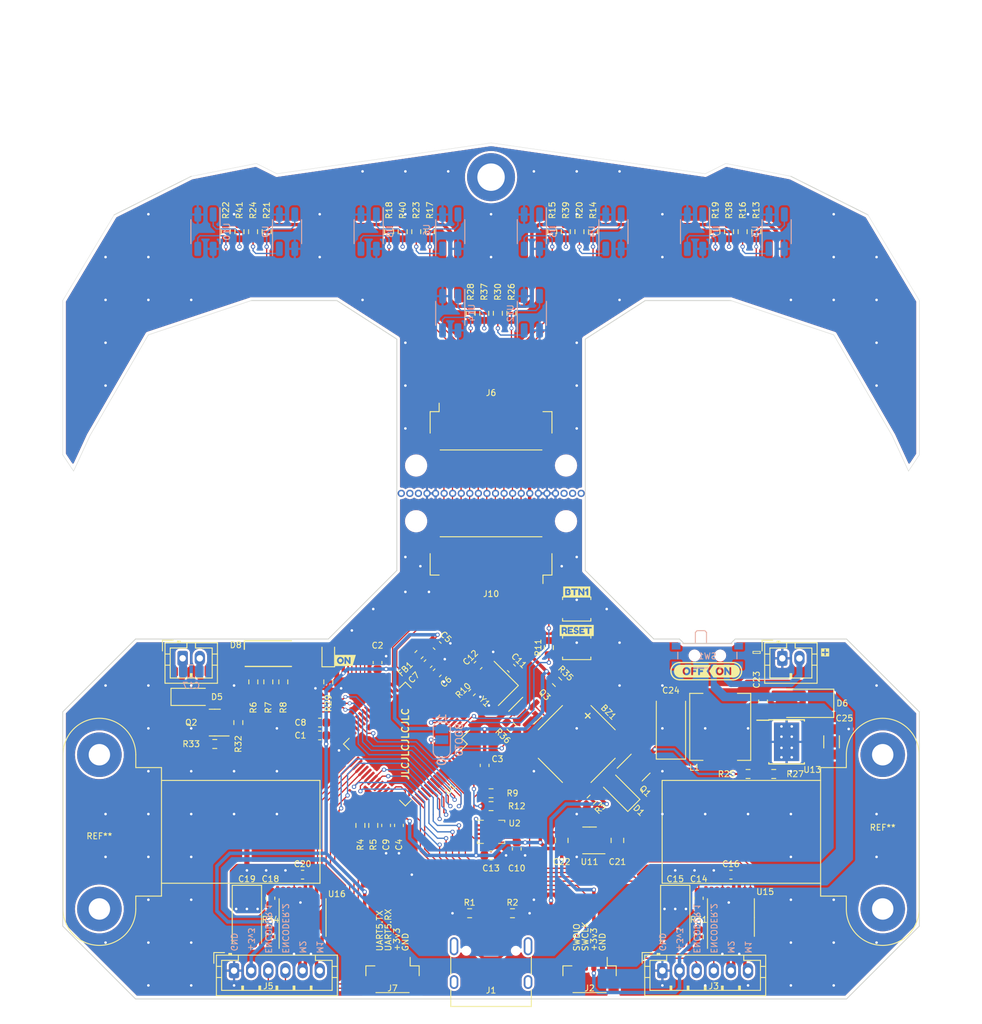
<source format=kicad_pcb>
(kicad_pcb (version 20221018) (generator pcbnew)
  (layers (0 "F.Cu" signal) (31 "B.Cu" signal) (34 "B.Paste" user) (35 "F.Paste" user) (36 "B.SilkS" user "B.Silkscreen") (37 "F.SilkS" user "F.Silkscreen") (38 "B.Mask" user) (39 "F.Mask" user) (44 "Edge.Cuts" user))
  (net 0 "")
  (net 1 "Net-(BZ1--)")
  (net 2 "Net-(BZ1-+)")
  (net 3 "+3V3")
  (net 4 "GND")
  (net 5 "+3.3VA")
  (net 6 "/MCU/HSE_IN")
  (net 7 "Net-(C12-Pad1)")
  (net 8 "Net-(U15-VINT)")
  (net 9 "V_BATT")
  (net 10 "Net-(U15-VCP)")
  (net 11 "Net-(D5-A)")
  (net 12 "Net-(U16-VINT)")
  (net 13 "Net-(U16-VCP)")
  (net 14 "VDD")
  (net 15 "VBUS")
  (net 16 "Net-(D8-RK)")
  (net 17 "Net-(D8-GK)")
  (net 18 "Net-(D8-BK)")
  (net 19 "Net-(J1-CC1)")
  (net 20 "/MCU/USB_P")
  (net 21 "/MCU/USB_N")
  (net 23 "Net-(J1-CC2)")
  (net 26 "/MCU/SWCLK")
  (net 27 "/MCU/SWDIO")
  (net 28 "/MCU/ENCODERA.1")
  (net 29 "/MCU/ENCODERA.2")
  (net 30 "Net-(J3-Pin_5)")
  (net 31 "Net-(J3-Pin_6)")
  (net 32 "/MCU/ENCODERB.1")
  (net 33 "/MCU/ENCODERB.2")
  (net 34 "Net-(J5-Pin_5)")
  (net 35 "Net-(J5-Pin_6)")
  (net 36 "/MCU/RX5")
  (net 37 "/MCU/TX5")
  (net 38 "/MCU/BOOT0")
  (net 39 "Net-(U13-BOOT)")
  (net 40 "Net-(Q2-G)")
  (net 41 "Net-(Q3-G)")
  (net 42 "/MCU/D_N")
  (net 43 "/MCU/D_P")
  (net 44 "/MCU/LED1")
  (net 45 "/MCU/LED2")
  (net 46 "/MCU/LED3")
  (net 47 "/MCU/SDA")
  (net 48 "/MCU/HSE_OUT")
  (net 49 "/MCU/RST")
  (net 50 "/MCU/SCL")
  (net 51 "/MCU/D1")
  (net 52 "/MCU/D3")
  (net 53 "/MCU/D4")
  (net 54 "/MCU/D5")
  (net 55 "/MCU/D6")
  (net 56 "/MCU/D2")
  (net 57 "/MCU/D7")
  (net 58 "/MCU/D8")
  (net 59 "Net-(U3-A)")
  (net 60 "Net-(U4-A)")
  (net 61 "/MCU/MD1")
  (net 62 "/MCU/MD3")
  (net 63 "/MCU/MD2")
  (net 64 "/MCU/MD4")
  (net 65 "Net-(U6-A)")
  (net 66 "Net-(U15-nSLEEP)")
  (net 67 "/MCU/PWM_AUX")
  (net 68 "Net-(U16-nSLEEP)")
  (net 70 "+BATT")
  (net 81 "/MCU/PWMA.1")
  (net 82 "/MCU/PWMA.2")
  (net 83 "/MCU/PWMB.1")
  (net 84 "/MCU/PWMB.2")
  (net 89 "/MCU/INT1")
  (net 90 "/MCU/INT2")
  (net 95 "Net-(U9-A)")
  (net 96 "Net-(U12-A)")
  (net 97 "Net-(U14-A)")
  (net 98 "Net-(U10-A)")
  (net 99 "Net-(U7-A)")
  (net 102 "+5V")
  (net 104 "Net-(U1-PB10)")
  (net 105 "Net-(D6-K)")
  (net 106 "/Power/VSENSE")
  (net 110 "Net-(D7-K)")
  (net 111 "Net-(U5-A)")
  (net 112 "Net-(U8-A)")
  (net 113 "/MCU/BUTTON")
  (net 114 "Net-(U1-VCAP_1)")
  (net 115 "Net-(U1-VCAP_2)")
  (footprint "Resistor_SMD:R_0603_1608Metric" (layer "F.Cu") (at 157.95625 55.5625 -90)
    (fp_text reference "R14")
    (fp_text value "47k")
  )
  (footprint "Button_Switch_SMD:SW_SPST_B3U-1000P" (layer "F.Cu") (at 156.05 99.6)
    (fp_text reference "SW3" hide)
    (fp_text value "BUTTON")
  )
  (footprint "Resistor_SMD:R_0603_1608Metric" (layer "F.Cu") (at 157.8 121.85 -135)
    (fp_text reference "R3")
    (fp_text value "47k")
  )
  (footprint "Connector_JST:JST_PH_B6B-PH-K_1x06_P2.00mm_Vertical" (layer "F.Cu") (at 166.05 141.8)
    (fp_text reference "J3")
    (fp_text value "Conn_01x06")
  )
  (footprint "Button_Switch_SMD:SW_SPST_B3U-1000P" (layer "F.Cu") (at 156.05 104.1)
    (fp_text reference "SW2" hide)
    (fp_text value "RESET")
  )
  (footprint "Connector_JST:JST_SH_BM04B-SRSS-TB_1x04-1MP_P1.00mm_Vertical" (layer "F.Cu") (at 134.55 142.35 180)
    (fp_text reference "J7")
    (fp_text value "Conn_01x04")
  )
  (footprint "Capacitor_SMD:C_0603_1608Metric" (layer "F.Cu") (at 149.05 127.6 -90)
    (fp_text reference "C10")
    (fp_text value "100n")
  )
  (footprint "Resistor_SMD:R_0603_1608Metric" (layer "F.Cu") (at 115.09375 55.5625 -90)
    (fp_text reference "R22")
    (fp_text value "47k")
  )
  (footprint "Package_TO_SOT_SMD:SOT-23" (layer "F.Cu") (at 150.393146 111.460913 45)
    (fp_text reference "Q3")
    (fp_text value "AO3400A")
  )
  (footprint "Resistor_SMD:R_0603_1608Metric" (layer "F.Cu") (at 177.00625 55.5625 -90)
    (fp_text reference "R13")
    (fp_text value "47k")
  )
  (footprint "Capacitor_SMD:C_0603_1608Metric" (layer "F.Cu") (at 126.05 112.85 180)
    (fp_text reference "C8")
    (fp_text value "2u2")
  )
  (footprint "Capacitor_SMD:C_0603_1608Metric" (layer "F.Cu") (at 177.8 110.35 90)
    (fp_text reference "C23")
    (fp_text value "10n")
  )
  (footprint "Capacitor_SMD:C_0603_1608Metric" (layer "F.Cu") (at 132.8 105.85 90)
    (fp_text reference "C2")
    (fp_text value "100n")
  )
  (footprint "Resistor_SMD:R_0603_1608Metric" (layer "F.Cu") (at 120.05 108.1 90)
    (fp_text reference "R7")
    (fp_text value "1k")
  )
  (footprint "Inductor_SMD:L_Chilisin_BMRB00060650" (layer "F.Cu") (at 172.8 113.350001 -90)
    (fp_text reference "L1")
    (fp_text value "15u")
  )
  (footprint "Capacitor_SMD:C_0603_1608Metric" (layer "F.Cu") (at 120.3 133.35 -90)
    (fp_text reference "C18")
    (fp_text value "2.2u")
  )
  (footprint "MountingHole:MountingHole_2.1mm" (layer "F.Cu") (at 154.8 89.35)
    (fp_text reference "REF**" hide)
    (fp_text value "MountingHole_2.1mm")
  )
  (footprint "Package_SO:TSSOP-16_4.4x5mm_P0.65mm" (layer "F.Cu") (at 124.05 135.6 90)
    (fp_text reference "U16")
    (fp_text value "DRV8833PW")
  )
  (footprint "Resistor_SMD:R_0603_1608Metric" (layer "F.Cu") (at 116.55 112.85 90)
    (fp_text reference "R32")
    (fp_text value "120")
  )
  (footprint "Resistor_SMD:R_0603_1608Metric" (layer "F.Cu") (at 148.55 135.1 180)
    (fp_text reference "R2")
    (fp_text value "5k1")
  )
  (footprint "Connector_PinHeader_1.00mm:PinHeader_1x22_P1.00mm_Vertical" (layer "F.Cu") (at 135.5725 86.1 90)
    (fp_text reference "REF**" hide)
    (fp_text value "PinHeader_1x22_P1.00mm_Vertical")
  )
  (footprint "Resistor_SMD:R_0603_1608Metric" (layer "F.Cu") (at 175.41875 55.5625 -90)
    (fp_text reference "R16")
    (fp_text value "120")
  )
  (footprint "Package_SO:TSSOP-16_4.4x5mm_P0.65mm" (layer "F.Cu") (at 174.05 135.6 90)
    (fp_text reference "U15")
    (fp_text value "DRV8833PW")
  )
  (footprint "Inductor_SMD:L_0603_1608Metric" (layer "F.Cu") (at 137.64099 104.920175 45)
    (fp_text reference "FB1")
    (fp_text value "600@600MHz")
  )
  (footprint "Connector_JST:JST_SH_SM12B-SRSS-TB_1x12-1MP_P1.00mm_Horizontal" (layer "F.Cu") (at 146.05 93.85 180)
    (fp_text reference "J10")
    (fp_text value "Conn_01x12")
  )
  (footprint "kibuzzard-650E9EBA" (layer "F.Cu") (at 169.55 106.85)
    (fp_text reference "kibuzzard-650E9EBA" hide)
    (fp_text value "G***" hide)
  )
  (footprint "Connector_JST:JST_PH_B2B-PH-K_1x02_P2.00mm_Vertical" (layer "F.Cu") (at 180.05 105.35)
    (fp_text reference "J9" hide)
    (fp_text value "Conn_01x02")
  )
  (footprint "Capacitor_SMD:C_0805_2012Metric" (layer "F.Cu") (at 154.3 126.6 90)
    (fp_text reference "C22")
    (fp_text value "1u")
  )
  (footprint "Connector_JST:JST_PH_B6B-PH-K_1x06_P2.00mm_Vertical" (layer "F.Cu") (at 116.05 141.8)
    (fp_text reference "J5")
    (fp_text value "Conn_01x06")
  )
  (footprint "Resistor_SMD:R_0603_1608Metric" (layer "F.Cu") (at 156.36875 55.5625 -90)
    (fp_text reference "R20")
    (fp_text value "120")
  )
  (footprint "Capacitor_Tantalum_SMD:CP_EIA-6032-28_Kemet-C" (layer "F.Cu") (at 117.55 135.6 -90)
    (fp_text reference "C19")
    (fp_text value "10u")
  )
  (footprint "Resistor_SMD:R_0603_1608Metric" (layer "F.Cu") (at 172.24375 55.5625 -90)
    (fp_text reference "R19")
    (fp_text value "47k")
  )
  (footprint "Resistor_SMD:R_0603_1608Metric" (layer "F.Cu") (at 148.43125 65.0875 -90)
    (fp_text reference "R26")
    (fp_text value "47k")
  )
  (footprint "Resistor_SMD:R_0603_1608Metric" (layer "F.Cu") (at 148.448602 113.405456 135)
    (fp_text reference "R36")
    (fp_text value "120")
  )
  (footprint "Capacitor_SMD:C_0603_1608Metric" (layer "F.Cu") (at 139.76231 103.859516 -45)
    (fp_text reference "C5")
    (fp_text value "100n")
  )
  (footprint "Capacitor_SMD:C_0603_1608Metric" (layer "F.Cu") (at 135.3 124.850001 -90)
    (fp_text reference "C4")
    (fp_text value "100n")
  )
  (footprint "Resistor_SMD:R_0603_1608Metric" (layer "F.Cu") (at 146.05 121.1 180)
    (fp_text reference "R9")
    (fp_text value "47k")
  )
  (footprint "Resistor_SMD:R_0603_1608Metric" (layer "F.Cu") (at 143.55 135.1)
    (fp_text reference "R1")
    (fp_text value "5k1")
  )
  (footprint "Capacitor_SMD:C_0603_1608Metric" (layer "F.Cu") (at 144.535281 106.157612 45)
    (fp_text reference "C12")
    (fp_text value "12p")
  )
  (footprint "Connector_JST:JST_SH_SM12B-SRSS-TB_1x12-1MP_P1.00mm_Horizontal" (layer "F.Cu") (at 146.05 78.35)
    (fp_text reference "J6")
    (fp_text value "Conn_01x12")
  )
  (footprint "Capacitor_SMD:C_0603_1608Metric" (layer "F.Cu") (at 138.70165 105.980835 45)
    (fp_text reference "C7")
    (fp_text value "10n")
  )
  (footprint "Capacitor_SMD:C_0603_1608Metric" (layer "F.Cu") (at 174.05 130.6)
    (fp_text reference "C16")
    (fp_text value "10n")
  )
  (footprint "Resistor_SMD:R_0603_1608Metric" (layer "F.Cu") (at 135.73125 55.5625 -90)
    (fp_text reference "R40")
    (fp_text value "120")
  )
  (footprint "MountingHole:MountingHole_2.1mm" (layer "F.Cu") (at 154.8 82.85)
    (fp_text reference "REF**" hide)
    (fp_text value "MountingHole_2.1mm")
  )
  (footprint "Resistor_SMD:R_0603_1608Metric" (layer "F.Cu") (at 116.68125 55.5625 -90)
    (fp_text reference "R41")
    (fp_text value "120")
  )
  (footprint "Resistor_SMD:R_0603_1608Metric" (layer "F.Cu") (at 170.3 137.85 -90)
    (fp_text reference "R31")
    (fp_text value "47k")
  )
  (footprint "Capacitor_Tantalum_SMD:CP_EIA-6032-28_Kemet-C" (layer "F.Cu") (at 167.05 113.35 90)
    (fp_text reference "C24")
    (fp_text value "200u")
  )
  (footprint "Capacitor_SMD:C_1206_3216Metric" (layer "F.Cu") (at 185.800001 115.1 -90)
    (fp_text reference "C25")
    (fp_text value "10u")
  )
  (footprint "MountingHole:MountingHole_2.1mm" (layer "F.Cu") (at 137.3 82.85)
    (fp_text reference "REF**" hide)
    (fp_text value "MountingHole_2.1mm")
  )
  (footprint "Capacitor_SMD:C_0603_1608Metric" (layer "F.Cu") (at 170.3 133.35 -90)
    (fp_text reference "C14")
    (fp_text value "2.2u")
  )
  (footprint "Resistor_SMD:R_0603_1608Metric" (layer "F.Cu") (at 120.3 137.85 -90)
    (fp_text reference "R34")
    (fp_text value "47k")
  )
  (footprint "Resistor_SMD:R_0402_1005Metric" (layer "F.Cu") (at 143.828175 109.339592 45)
    (fp_text reference "R10")
    (fp_text value "47")
  )
  (footprint "Resistor_SMD:R_0603_1608Metric" (layer "F.Cu") (at 119.85625 55.5625 -90)
    (fp_text reference "R21")
    (fp_text value "47k")
  )
  (footprint "Resistor_SMD:R_0603_1608Metric" (layer "F.Cu") (at 179.05 118.85)
    (fp_text reference "R27")
    (fp_text value "3k24")
  )
  (footprint "Package_TO_SOT_SMD:SOT-23" (layer "F.Cu") (at 163.05 118.1 45)
    (fp_text reference "Q1")
    (fp_text value "AO3401A")
  )
  (footprint "Resistor_SMD:R_0603_1608Metric" (layer "F.Cu") (at 173.83125 55.5625 -90)
    (fp_text reference "R38")
    (fp_text value "120")
  )
  (footprint "Resistor_SMD:R_0603_1608Metric" (layer "F.Cu") (at 176.05 118.85)
    (fp_text reference "R25")
    (fp_text value "10k")
  )
  (footprint "Buzzer_Beeper:PUIAudio_SMT_0825_S_4_R" (layer "F.Cu") (at 156.05 115.35 -45)
    (fp_text reference "BZ1")
    (fp_text value "Buzzer")
  )
  (footprint "MountingHole:MountingHole_3.2mm_M3_DIN965_Pad" (layer "F.Cu") (at 146.05 49.2)
    (fp_text reference "REF**" hide)
    (fp_text value "MountingHole_3.2mm_M3_DIN965_Pad")
  )
  (footprint "Resistor_SMD:R_0603_1608Metric" (layer "F.Cu") (at 134.14375 55.5625 -90)
    (fp_text reference "R18")
    (fp_text value "47k")
  )
  (footprint "Resistor_SMD:R_0603_1608Metric" (layer "F.Cu") (at 121.8 108.1 90)
    (fp_text reference "R8")
    (fp_text value "1k")
  )
  (footprint "Package_TO_SOT_SMD:SOT-23" (layer "F.Cu") (at 113.8 112.85 180)
    (fp_text reference "Q2")
    (fp_text value "AO3400A")
  )
  (footprint "Resistor_SMD:R_0603_1608Metric" (layer "F.Cu") (at 132.3 124.85 -90)
    (fp_text reference "R5")
    (fp_text value "22")
  )
  (footprint "Resistor_SMD:R_0603_1608Metric" (layer "F.Cu") (at 146.84375 65.0875 -90)
    (fp_text reference "R30")
    (fp_text value "120")
  )
  (footprint "Connector_JST:JST_PH_B2B-PH-K_1x02_P2.00mm_Vertical" (layer "F.Cu") (at 110.05 105.3475)
    (fp_text reference "J4" hide)
    (fp_text value "Conn_01x02")
  )
  (footprint "Package_LGA:Bosch_LGA-14_3x2.5mm_P0.5mm" (layer "F.Cu") (at 146.05 125.6)
    (fp_text reference "U2")
    (fp_text value "BMI160")
  )
  (footprint "Resistor_SMD:R_0603_1608Metric" (layer "F.Cu") (at 154.78125 55.5625 -90)
    (fp_text reference "R39")
    (fp_text value "120")
  )
  (footprint "Resistor_SMD:R_0603_1608Metric" (layer "F.Cu") (at 113.8 115.35 180)
    (fp_text reference "R33")
    (fp_text value "47k")
  )
  (footprint "Resistor_SMD:R_0603_1608Metric" (layer "F.Cu") (at 137.31875 55.5625 -90)
    (fp_text reference "R23")
    (fp_text value "120")
  )
  (footprint "Capacitor_SMD:C_0805_2012Metric" (layer "F.Cu") (at 160.8 126.6 -90)
    (fp_text reference "C21")
    (fp_text value "1u")
  )
  (footprint "Capacitor_SMD:C_0603_1608Metric" (layer "F.Cu") (at 126.050001 114.35 180)
    (fp_text reference "C1")
    (fp_text value "10u")
  )
  (footprint "Diode_SMD:D_SOD-123" (layer "F.Cu") (at 161.05 120.85 135)
    (fp_text reference "D1")
    (fp_text value "10V")
  )
  (footprint "Package_QFP:LQFP-64_10x10mm_P0.5mm" (layer "F.Cu") (at 136.05 115.35 -135)
    (fp_text reference "U1")
    (fp_text value "STM32F405RGTx")
  )
  (footprint "kicad-ibnu:N20_Motor_Encoder+Bracket" (layer "F.Cu") (at 191.77 125.6 180)
    (fp_text reference "REF**")
    (fp_text value "N20 Motor Encoder + Bracket")
  )
  (footprint "Resistor_SMD:R_0603_1608Metric" (layer "F.Cu") (at 153.19375 55.5625 -90)
    (fp_text reference "R15")
    (fp_text value "47k")
  )
  (footprint "Connector_USB:USB_C_Receptacle_HRO_TYPE-C-31-M-12" (layer "F.Cu") (at 146.05 142.08125)
    (fp_text reference "J1")
    (fp_text value "USB_C_Receptacle_USB2.0")
  )
  (footprint "kibuzzard-650E9EB5" (layer "F.Cu") (at 173.3 106.85)
    (fp_text reference "kibuzzard-650E9EB5" hide)
    (fp_text value "G***" hide)
  )
  (footprint "LED_SMD:LED_RGB_1210" (layer "F.Cu") (at 120.05 104.8)
    (fp_text reference "D8")
    (fp_text value "LED_RGAB")
  )
  (footprint "Capacitor_SMD:C_0603_1608Metric" (layer "F.Cu") (at 145.3 117.85 -90)
    (fp_text reference "C3")
    (fp_text value "100n")
  )
  (footprint "Diode_SMD:D_SOD-123" (layer "F.Cu") (at 111.05 109.85)
    (fp_text reference "D5")
    (fp_text value "B5819W")
  )
  (footprint "Resistor_SMD:R_0603_1608Metric" (layer "F.Cu") (at 138.90625 55.5625 -90)
    (fp_text reference "R17")
    (fp_text value "47k")
  )
  (footprint "Resistor_SMD:R_0603_1608Metric" (layer "F.Cu") (at 152.8 104.1 90)
    (fp_text reference "R11")
    (fp_text value "47k")
  )
  (footprint "Capacitor_SMD:C_0603_1608Metric" (layer "F.Cu") (at 139.762311 107.041495 45)
    (fp_text reference "C6")
    (fp_text value "10u")
  )
  (footprint "Resistor_SMD:R_0603_1608Metric" (layer "F.Cu") (at 130.8 124.85 -90)
    (fp_text reference "R4")
    (fp_text value "22")
  )
  (footprint "Resistor_SMD:R_0603_1608Metric" (layer "F.Cu") (at 118.3 108.1 90)
    (fp_text reference "R6")
    (fp_text value "1k")
  )
  (footprint "Package_SO:TI_SO-PowerPAD-8_ThermalVias" (layer "F.Cu") (at 180.55 115.1)
    (fp_text reference "U13")
    (fp_text value "TPS5430DDA")
  )
  (footprint "Capacitor_SMD:C_0603_1608Metric" (layer "F.Cu") (at 148.424369 106.511165 135)
    (fp_text reference "C11")
    (fp_text value "12p")
  )
  (footprint "kibuzzard-650EFA42" (layer "F.Cu") (at 129.05 105.6)
    (fp_text reference "kibuzzard-650EFA42" hide)
    (fp_text value "G***" hide)
  )
  (footprint "kibuzzard-650E9EF6" (layer "F.Cu") (at 156.05 102.1)
    (fp_text reference "kibuzzard-650E9EF6" hide)
    (fp_text value "G***" hide)
  )
  (footprint "Resistor_SMD:R_0603_1608Metric" (layer "F.Cu") (at 146.05 122.6 180)
    (fp_text reference "R12")
    (fp_text value "47k")
  )
  (footprint "Resistor_SMD:R_0603_1608Metric" (layer "F.Cu") (at 143.66875 65.0875 -90)
    (fp_text reference "R28")
    (fp_text value "47k")
  )
  (footprint "MountingHole:MountingHole_2.1mm" (layer "F.Cu") (at 137.3 89.35)
    (fp_text reference "REF**" hide)
    (fp_text value "MountingHole_2.1mm")
  )
  (footprint "Capacitor_SMD:C_0603_1608Metric" (layer "F.Cu") (at 133.8 124.85 -90)
    (fp_text reference "C9")
    (fp_text value "2u2")
  )
  (footprint "LED_SMD:LED_0603_1608Metric" (layer "F.Cu") (at 127.05 104.85 90)
    (fp_text reference "D7" hide)
    (fp_text value "red")
  )
  (footprint "kicad-ibnu:N20_Motor_Encoder+Bracket" (layer "F.Cu") (at 100.33 125.6)
    (fp_text reference "REF**")
    (fp_text value "N20 Motor Encoder + Bracket")
  )
  (footprint "Connector_JST:JST_SH_BM04B-SRSS-TB_1x04-1MP_P1.00mm_Vertical" (layer "F.Cu") (at 157.55 142.35 180)
    (fp_text reference "J2")
    (fp_text value "Conn_01x04")
  )
  (footprint "Resistor_SMD:R_0603_1608Metric" (layer "F.Cu") (at 145.25625 65.0875 -90)
    (fp_text reference "R37")
    (fp_text value "120")
  )
  (footprint "Package_TO_SOT_SMD:SOT-23-5" (layer "F.Cu") (at 157.55 126.6 180)
    (fp_text reference "U11")
    (fp_text value "AP2112K-3.3")
  )
  (footprint "Resistor_SMD:R_0603_1608Metric" (layer "F.Cu") (at 127.05 108.1 90)
    (fp_text reference "R29")
    (fp_text value "1k")
  )
  (footprint "Crystal:Crystal_SMD_3225-4Pin_3.2x2.5mm" (layer "F.Cu") (at 146.656602 108.278932 135)
    (fp_text reference "Y1")
    (fp_text value "16MHz")
  )
  (footprint "Capacitor_Tantalum_SMD:CP_EIA-6032-28_Kemet-C" (layer "F.Cu") (at 167.55 135.6 -90)
    (fp_text reference "C15")
    (fp_text value "10u")
  )
  (footprint "kibuzzard-65119A4A" (layer "F.Cu") (at 156.05 97.6)
    (fp_text reference "kibuzzard-65119A4A" hide)
    (fp_text value "G***" hide)
  )
  (footprint "Resistor_SMD:R_0603_1608Metric" (layer "F.Cu") (at 118.26875 55.5625 -90)
    (fp_text reference "R24")
    (fp_text value "120")
  )
  (footprint "Capacitor_SMD:C_0603_1608Metric" (layer "F.Cu") (at 124.05 130.6)
    (fp_text reference "C20")
    (fp_text value "10n")
  )
  (footprint "Resistor_SMD:R_0603_1608Metric" (layer "F.Cu") (at 153.751903 108.102155 -45)
    (fp_text reference "R35")
    (fp_text value "1k")
  )
  (footprint "Diode_SMD:D_SMA" (layer "F.Cu") (at 182.55 110.6 180)
    (fp_text reference "D6")
    (fp_text value "B340A")
  )
  (footprint "Capacitor_SMD:C_0603_1608Metric" (layer "F.Cu") (at 146.05 128.35)
    (fp_text reference "C13")
    (fp_text value "100n")
  )
  (footprint "OptoDevice:Everlight_ITR1201SR10AR" (layer "B.Cu") (at 141.2875 65.0875 180)
    (fp_text reference "U14")
    (fp_text value "ITR8307-S17-TR8")
  )
  (footprint "OptoDevice:Everlight_ITR1201SR10AR" (layer "B.Cu") (at 112.7125 55.5625 180)
    (fp_text reference "U10")
    (fp_text value "ITR8307-S17-TR8")
  )
  (footprint "OptoDevice:Everlight_ITR1201SR10AR" (layer "B.Cu") (at 122.2375 55.5625)
    (fp_text reference "U9")
    (fp_text value "ITR8307-S17-TR8")
  )
  (footprint "Jumper:SolderJumper-3_P1.3mm_Open_RoundedPad1.0x1.5mm_NumberLabels" (layer "B.Cu") (at 140.3 114.85 -90)
    (fp_text reference "JP1" hide)
    (fp_text value "SolderJumper_3_Open")
  )
  (footprint "OptoDevice:Everlight_ITR1201SR10AR" (layer "B.Cu") (at 179.3875 55.5625)
    (fp_text reference "U3")
    (fp_text value "ITR8307-S17-TR8")
  )
  (footprint "OptoDevice:Everlight_ITR1201SR10AR" (layer "B.Cu") (at 131.7625 55.5625 180)
    (fp_text reference "U8")
    (fp_text value "ITR8307-S17-TR8")
  )
  (footprint "OptoDevice:Everlight_ITR1201SR10AR" (layer "B.Cu") (at 141.2875 55.5625)
    (fp_text reference "U6")
    (fp_text value "ITR8307-S17-TR8")
  )
  (footprint "OptoDevice:Everlight_ITR1201SR10AR" (layer "B.Cu") (at 169.8625 55.5625 180)
    (fp_text reference "U7")
    (fp_text value "ITR8307-S17-TR8")
  )
  (footprint "Capacitor_SMD:C_0805_2012Metric" (layer "B.Cu") (at 111.05 106.85)
    (fp_text reference "C17")
    (fp_text value "100n")
  )
  (footprint "OptoDevice:Everlight_ITR1201SR10AR" (layer "B.Cu") (at 150.8125 55.5625 180)
    (fp_text reference "U5")
    (fp_text value "ITR8307-S17-TR8")
  )
  (footprint "OptoDevice:Everlight_ITR1201SR10AR" (layer "B.Cu") (at 150.8125 65.0875)
    (fp_text reference "U12")
    (fp_text value "ITR8307-S17-TR8")
  )
  (footprint "Button_Switch_SMD:SW_SPDT_PCM12" (layer "B.Cu") (at 171.3 105.35)
    (fp_text reference "SW1")
    (fp_text value "SW_SPDT")
  )
  (footprint "OptoDevice:Everlight_ITR1201SR10AR" (layer "B.Cu") (at 160.3375 55.5625)
    (fp_text reference "U4")
    (fp_text value "ITR8307-S17-TR8")
  )
  (gr_arc (start 168.05 107.85) (mid 167.05 106.85) (end 168.05 105.85) (stroke (width 0.1524)) (layer "F.SilkS"))
  (gr_line (start 174.3 105.85) (end 168.05 105.85) (stroke (width 0.1524)) (layer "F.SilkS"))
  (gr_arc (start 174.3 105.85) (mid 175.3 106.85) (end 174.3 107.85) (stroke (width 0.1524)) (layer "F.SilkS"))
  (gr_line (start 168.05 107.85) (end 174.3 107.85) (stroke (width 0.1524)) (layer "F.SilkS"))
  (gr_line (start 104.55 145.1) (end 187.55 145.1) (stroke (width 0.1)) (layer "Edge.Cuts"))
  (gr_line (start 96.05 63.6) (end 102.05 53.6) (stroke (width 0.0381)) (layer "Edge.Cuts"))
  (gr_line (start 121.05 48.8) (end 146.05 45.2) (stroke (width 0.0381)) (layer "Edge.Cuts"))
  (gr_line (start 96.05 63.6) (end 96.05 81.6) (stroke (width 0.05)) (layer "Edge.Cuts"))
  (gr_line (start 174.05 63.6) (end 164.05 63.6) (stroke (width 0.1)) (layer "Edge.Cuts"))
  (gr_line (start 127.05 103.1) (end 104.55 103.1) (stroke (width 0.1)) (layer "Edge.Cuts"))
  (gr_line (start 168.05 103.1) (end 168.55 103.6) (stroke (width 0.1)) (layer "Edge.Cuts"))
  (gr_line (start 190.05 53.6) (end 196.05 63.6) (stroke (width 0.0381)) (layer "Edge.Cuts"))
  (gr_line (start 181.05 49.1) (end 190.05 53.6) (stroke (width 0.1)) (layer "Edge.Cuts"))
  (gr_line (start 146.05 45.2) (end 171.05 48.8) (stroke (width 0.0381)) (layer "Edge.Cuts"))
  (gr_line (start 102.05 53.6) (end 111.05 49.1) (stroke (width 0.1)) (layer "Edge.Cuts"))
  (gr_line (start 173.45 47.6) (end 181.05 49.1) (stroke (width 0.0381)) (layer "Edge.Cuts"))
  (gr_line (start 171.05 48.8) (end 173.45 47.6) (stroke (width 0.0381)) (layer "Edge.Cuts"))
  (gr_line (start 196.05 111.6) (end 187.55 103.1) (stroke (width 0.1)) (layer "Edge.Cuts"))
  (gr_line (start 186.05 67.6) (end 192.875 79.3775) (stroke (width 0.05)) (layer "Edge.Cuts"))
  (gr_line (start 196.05 81.6) (end 196.05 63.6) (stroke (width 0.05)) (layer "Edge.Cuts"))
  (gr_line (start 118.65 47.6) (end 121.05 48.8) (stroke (width 0.0381)) (layer "Edge.Cuts"))
  (gr_line (start 157.05 68.1) (end 157.05 95.1) (stroke (width 0.1)) (layer "Edge.Cuts"))
  (gr_line (start 104.55 103.1) (end 96.05 111.6) (stroke (width 0.1)) (layer "Edge.Cuts"))
  (gr_line (start 174.05 103.6) (end 168.55 103.6) (stroke (width 0.1)) (layer "Edge.Cuts"))
  (gr_line (start 97.32 83.505) (end 99.225 79.3775) (stroke (width 0.05)) (layer "Edge.Cuts"))
  (gr_line (start 164.05 63.6) (end 157.05 68.1) (stroke (width 0.1)) (layer "Edge.Cuts"))
  (gr_line (start 135.05 95.1) (end 135.05 68.1) (stroke (width 0.1)) (layer "Edge.Cuts"))
  (gr_line (start 192.875 79.3775) (end 194.78 83.505) (stroke (width 0.05)) (layer "Edge.Cuts"))
  (gr_line (start 168.05 103.1) (end 165.05 103.1) (stroke (width 0.1)) (layer "Edge.Cuts"))
  (gr_line (start 187.55 103.1) (end 174.55 103.1) (stroke (width 0.1)) (layer "Edge.Cuts"))
  (gr_line (start 157.05 95.1) (end 165.05 103.1) (stroke (width 0.1)) (layer "Edge.Cuts"))
  (gr_line (start 174.05 63.6) (end 186.05 67.6) (stroke (width 0.05)) (layer "Edge.Cuts"))
  (gr_line (start 187.55 145.1) (end 196.05 136.6) (stroke (width 0.1)) (layer "Edge.Cuts"))
  (gr_line (start 194.78 83.505) (end 196.05 81.6) (stroke (width 0.05)) (layer "Edge.Cuts"))
  (gr_line (start 96.05 81.6) (end 97.32 83.505) (stroke (width 0.05)) (layer "Edge.Cuts"))
  (gr_line (start 127.05 103.1) (end 135.05 95.1) (stroke (width 0.1)) (layer "Edge.Cuts"))
  (gr_line (start 96.05 136.6) (end 104.55 145.1) (stroke (width 0.1)) (layer "Edge.Cuts"))
  (gr_line (start 96.05 111.6) (end 96.05 136.6) (stroke (width 0.1)) (layer "Edge.Cuts"))
  (gr_line (start 196.05 136.6) (end 196.05 111.6) (stroke (width 0.1)) (layer "Edge.Cuts"))
  (gr_line (start 128.05 63.6) (end 118.05 63.6) (stroke (width 0.1)) (layer "Edge.Cuts"))
  (gr_line (start 99.225 79.3775) (end 106.05 67.6) (stroke (width 0.05)) (layer "Edge.Cuts"))
  (gr_line (start 106.05 67.6) (end 118.05 63.6) (stroke (width 0.05)) (layer "Edge.Cuts"))
  (gr_line (start 174.55 103.1) (end 174.05 103.6) (stroke (width 0.1)) (layer "Edge.Cuts"))
  (gr_line (start 111.05 49.1) (end 118.65 47.6) (stroke (width 0.0381)) (layer "Edge.Cuts"))
  (gr_line (start 135.05 68.1) (end 128.05 63.6) (stroke (width 0.1)) (layer "Edge.Cuts"))
  (gr_text "ENCODER.2" (at 122.05 139.85 270) (layer "B.SilkS") (effects (font (size 0.7 0.7) (thickness 0.11)) (justify left mirror)))
  (gr_text "BOOT0" (at 142.8 114.85 90) (layer "B.SilkS") (effects (font (size 0.8128 0.8128) (thickness 0.12)) (justify bottom mirror)))
  (gr_text "ENCODER.2" (at 172.05 139.85 270) (layer "B.SilkS") (effects (font (size 0.7 0.7) (thickness 0.11)) (justify left mirror)))
  (gr_text "M2" (at 174.05 139.85 270) (layer "B.SilkS") (effects (font (size 0.7 0.7) (thickness 0.11)) (justify left mirror)))
  (gr_text "+3v3" (at 118.05 139.6 -90) (layer "B.SilkS") (effects (font (size 0.7 0.7) (thickness 0.11)) (justify left mirror)))
  (gr_text "M1" (at 176.05 139.85 270) (layer "B.SilkS") (effects (font (size 0.7 0.7) (thickness 0.11)) (justify left mirror)))
  (gr_text "ENCODER.1" (at 170.05 139.85 270) (layer "B.SilkS") (effects (font (size 0.7 0.7) (thickness 0.11)) (justify left mirror)))
  (gr_text "M1" (at 126.05 139.85 270) (layer "B.SilkS") (effects (font (size 0.7 0.7) (thickness 0.11)) (justify left mirror)))
  (gr_text "ENCODER.1" (at 120.05 139.85 270) (layer "B.SilkS") (effects (font (size 0.7 0.7) (thickness 0.11)) (justify left mirror)))
  (gr_text "M2" (at 124.05 139.85 270) (layer "B.SilkS") (effects (font (size 0.7 0.7) (thickness 0.11)) (justify left mirror)))
  (gr_text "GND" (at 116.05 139.6 -90) (layer "B.SilkS") (effects (font (size 0.7 0.7) (thickness 0.11)) (justify left mirror)))
  (gr_text "GND" (at 166.05 139.6 -90) (layer "B.SilkS") (effects (font (size 0.7 0.7) (thickness 0.11)) (justify left mirror)))
  (gr_text "+3v3" (at 168.05 139.6 -90) (layer "B.SilkS") (effects (font (size 0.7 0.7) (thickness 0.11)) (justify left mirror)))
  (gr_text "+3v3" (at 158.05 139.6 90) (layer "F.SilkS") (effects (font (size 0.7 0.7) (thickness 0.11)) (justify left)))
  (gr_text "UART5.TX" (at 133.05 139.6 90) (layer "F.SilkS") (effects (font (size 0.7 0.7) (thickness 0.11)) (justify left)))
  (gr_text "UART5.RX" (at 134.05 139.6 90) (layer "F.SilkS") (effects (font (size 0.7 0.7) (thickness 0.11)) (justify left)))
  (gr_text "JLCJLCJLCJLC" (at 136.05 115.35 90) (layer "F.SilkS") (effects (font (size 0.8128 0.8128) (thickness 0.1524) bold)))
  (gr_text "+" (at 185.05 104.6) (layer "F.SilkS" knockout) (effects (font (size 0.8128 0.8128) (thickness 0.1524) bold)))
  (gr_text "GND" (at 136.05 139.6 90) (layer "F.SilkS") (effects (font (size 0.7 0.7) (thickness 0.11)) (justify left)))
  (gr_text "+3v3" (at 135.05 139.6 90) (layer "F.SilkS") (effects (font (size 0.7 0.7) (thickness 0.11)) (justify left)))
  (gr_text "GND" (at 159.05 139.6 90) (layer "F.SilkS") (effects (font (size 0.7 0.7) (thickness 0.11)) (justify left)))
  (gr_text "SWDIO" (at 156.05 139.6 90) (layer "F.SilkS") (effects (font (size 0.7 0.7) (thickness 0.11)) (justify left)))
  (gr_text "-" (at 177.05 104.6) (layer "F.SilkS" knockout) (effects (font (size 0.8128 0.8128) (thickness 0.1524) bold)))
  (gr_text "SWCLK" (at 157.05 139.6 90) (layer "F.SilkS") (effects (font (size 0.7 0.7) (thickness 0.11)) (justify left)))
  (segment (start 154.335266 108.685518) (end 156.05 110.400253) (width 0.1508) (layer "F.Cu") (net 1))
  (segment (start 152.8 112.541941) (end 151.056059 110.798) (width 0.1508) (layer "F.Cu") (net 2))
  (segment (start 152.8 113.650253) (end 152.8 112.541941) (width 0.1508) (layer "F.Cu") (net 2))
  (segment (start 151.100253 115.35) (end 152.8 113.650253) (width 0.1508) (layer "F.Cu") (net 2))
  (segment (start 149.05 126.825) (end 150.0001 126.825) (width 0.1508) (layer "F.Cu") (net 3))
  (segment (start 146.55 124.1) (end 146.875 123.775) (width 0.1508) (layer "F.Cu") (net 3))
  (segment (start 144.55 124.85) (end 144.3 124.6) (width 0.1508) (layer "F.Cu") (net 3))
  (segment (start 146.55 124.5875) (end 146.55 124.1) (width 0.1508) (layer "F.Cu") (net 3))
  (segment (start 143.66875 64.2625) (end 145.25625 64.2625) (width 0.4) (layer "F.Cu") (net 3))
  (segment (start 177.00625 54.7375) (end 175.41875 54.7375) (width 0.4) (layer "F.Cu") (net 3))
  (segment (start 150.55 103.35) (end 150.55 104.900252) (width 0.4) (layer "F.Cu") (net 3))
  (segment (start 141.2875 55.5625) (end 140.4625 54.7375) (width 0.4) (layer "F.Cu") (net 3))
  (segment (start 135.73125 54.7375) (end 137.31875 54.7375) (width 0.4) (layer "F.Cu") (net 3))
  (segment (start 144.275 117.35) (end 144.55 117.075) (width 0.1508) (layer "F.Cu") (net 3))
  (segment (start 179.3875 60.325) (end 179.3875 55.5625) (width 0.4) (layer "F.Cu") (net 3))
  (segment (start 127.0125 104.1) (end 127.05 104.0625) (width 0.4) (layer "F.Cu") (net 3))
  (segment (start 143.66875 64.2625) (end 142.05 64.2625) (width 0.4) (layer "F.Cu") (net 3))
  (segment (start 146.875 123.775) (end 146.875 122.6) (width 0.1508) (layer "F.Cu") (net 3))
  (segment (start 139.214302 103.311508) (end 139.214302 103.346863) (width 0.1508) (layer "F.Cu") (net 3))
  (segment (start 145.55 126.6125) (end 145.55 128.075) (width 0.1508) (layer "F.Cu") (net 3))
  (segment (start 154.3 127.55) (end 152.5 127.55) (width 0.4) (layer "F.Cu") (net 3))
  (segment (start 150.55 103.35) (end 152.725 103.35) (width 0.4) (layer "F.Cu") (net 3))
  (segment (start 147.3125 126.35) (end 148.575 126.35) (width 0.1508) (layer "F.Cu") (net 3))
  (segment (start 154.78125 54.7375) (end 156.36875 54.7375) (width 0.4) (layer "F.Cu") (net 3))
  (segment (start 145.25625 64.2625) (end 146.84375 64.2625) (width 0.4) (layer "F.Cu") (net 3))
  (segment (start 150.55 104.900252) (end 152.524874 106.875126) (width 0.4) (layer "F.Cu") (net 3))
  (segment (start 150.55 95.85) (end 150.55 103.35) (width 0.4) (layer "F.Cu") (net 3))
  (segment (start 121.8 105.5) (end 123.15 105.5) (width 0.4) (layer "F.Cu") (net 3))
  (segment (start 119.85625 54.7375) (end 134.14375 54.7375) (width 0.4) (layer "F.Cu") (net 3))
  (segment (start 146.84375 64.2625) (end 148.43125 64.2625) (width 0.4) (layer "F.Cu") (net 3))
  (segment (start 153.19375 54.7375) (end 154.78125 54.7375) (width 0.4) (layer "F.Cu") (net 3))
  (segment (start 143.3533 117.35) (end 144.275 117.35) (width 0.1508) (layer "F.Cu") (net 3))
  (segment (start 119.85625 54.7375) (end 118.26875 54.7375) (width 0.4) (layer "F.Cu") (net 3))
  (segment (start 158.05 142.1) (end 158.05 141.025) (width 0.4) (layer "F.Cu") (net 3))
  (segment (start 179.3875 55.5625) (end 178.5625 54.7375) (width 0.4) (layer "F.Cu") (net 3))
  (segment (start 144.3 124.6) (end 144.3 124.1) (width 0.1508) (layer "F.Cu") (net 3))
  (segment (start 146.875 122.6) (end 147.8 122.6) (width 0.4) (layer "F.Cu") (net 3))
  (segment (start 135.05 139.85) (end 131.3 136.1) (width 0.4) (layer "F.Cu") (net 3))
  (segment (start 153.19375 54.7375) (end 151.6375 54.7375) (width 0.4) (layer "F.Cu") (net 3))
  (segment (start 129.024338 114.35) (end 129.385519 113.988819) (width 0.1508) (layer "F.Cu") (net 3))
  (segment (start 133.775 106.625) (end 133.8 106.6) (width 0.1508) (layer "F.Cu") (net 3))
  (segment (start 150.0001 126.825) (end 150.0251 126.85) (width 0.1508) (layer "F.Cu") (net 3))
  (segment (start 158.05 141.025) (end 158.05 132.35) (width 0.4) (layer "F.Cu") (net 3))
  (segment (start 170.3 136.1) (end 170.3 137.025) (width 0.4) (layer "F.Cu") (net 3))
  (segment (start 133.981713 109.392625) (end 132.8 108.210912) (width 0.1508) (layer "F.Cu") (net 3))
  (segment (start 137.31875 54.7375) (end 138.90625 54.7375) (width 0.4) (layer "F.Cu") (net 3))
  (segment (start 139.214302 103.311508) (end 139.8 102.72581) (width 0.1508) (layer "F.Cu") (net 3))
  (segment (start 128.2625 104.0625) (end 128.8 104.6) (width 0.4) (layer "F.Cu") (net 3))
  (segment (start 150.55 76.35) (end 150.55 72.1) (width 0.4) (layer "F.Cu") (net 3))
  (segment (start 152.524874 106.875126) (end 153.16854 107.518792) (width 0.4) (layer "F.Cu") (net 3))
  (segment (start 126.8 114.375001) (end 126.825001 114.35) (width 0.4) (layer "F.Cu") (net 3))
  (segment (start 135.3 124.075001) (end 135.3 122.625662) (width 0.1508) (layer "F.Cu") (net 3))
  (segment (start 140.4625 54.7375) (end 138.90625 54.7375) (width 0.4) (layer "F.Cu") (net 3))
  (segment (start 124.5875 104.0625) (end 127.05 104.0625) (width 0.4) (layer "F.Cu") (net 3))
  (segment (start 142.714481 116.711181) (end 143.3533 117.35) (width 0.1508) (layer "F.Cu") (net 3))
  (segment (start 134.14375 54.7375) (end 135.73125 54.7375) (width 0.4) (layer "F.Cu") (net 3))
  (segment (start 178.5625 54.7375) (end 177.00625 54.7375) (width 0.4) (layer "F.Cu") (net 3))
  (segment (start 132.8 108.210912) (end 132.8 106.625) (width 0.1508) (layer "F.Cu") (net 3))
  (segment (start 115.09375 54.7375) (end 116.68125 54.7375) (width 0.4) (layer "F.Cu") (net 3))
  (segment (start 157.95625 54.7375) (end 156.36875 54.7375) (width 0.4) (layer "F.Cu") (net 3))
  (segment (start 154.3 128.85) (end 154.3 127.55) (width 0.4) (layer "F.Cu") (net 3))
  (segment (start 120.3 136.1) (end 120.3 137.025) (width 0.4) (layer "F.Cu") (net 3))
  (segment (start 148.575 126.35) (end 149.05 126.825) (width 0.1508) (layer "F.Cu") (net 3))
  (segment (start 151.8 123.35) (end 151.05 122.6) (width 0.4) (layer "F.Cu") (net 3))
  (segment (start 123.15 105.5) (end 124.5875 104.0625) (width 0.4) (layer "F.Cu") (net 3))
  (segment (start 144.55 117.075) (end 145.3 117.075) (width 0.1508) (layer "F.Cu") (net 3))
  (segment (start 146.875 122.6) (end 146.875 121.1) (width 0.4) (layer "F.Cu") (net 3))
  (segment (start 151.05 122.6) (end 147.8 122.6) (width 0.4) (layer "F.Cu") (net 3))
  (segment (start 135.3 124.075001) (end 136.275001 124.075001) (width 0.1508) (layer "F.Cu") (net 3))
  (segment (start 152.725 103.35) (end 152.8 103.275) (width 0.4) (layer "F.Cu") (net 3))
  (segment (start 145.275 128.35) (end 144.3 128.35) (width 0.1508) (layer "F.Cu") (net 3))
  (segment (start 150.55 72.1) (end 160.7375 61.9125) (width 0.4) (layer "F.Cu") (net 3))
  (segment (start 126.8 115.35) (end 126.8 114.375001) (width 0.4) (layer "F.Cu") (net 3))
  (segment (start 139.214302 103.346863) (end 138.197837 104.363328) (width 0.1508) (layer "F.Cu") (net 3))
  (segment (start 146.875 117.675) (end 146.275 117.075) (width 0.4) (layer "F.Cu") (net 3))
  (segment (start 146.275 117.075) (end 145.3 117.075) (width 0.4) (layer "F.Cu") (net 3))
  (segment (start 150.8125 63.5) (end 150.05 64.2625) (width 0.4) (layer "F.Cu") (net 3))
  (segment (start 145.55 128.075) (end 145.275 128.35) (width 0.1508) (layer "F.Cu") (net 3))
  (segment (start 146.875 121.1) (end 146.875 117.675) (width 0.4) (layer "F.Cu") (net 3))
  (segment (start 173.83125 54.7375) (end 175.41875 54.7375) (width 0.4) (layer "F.Cu") (net 3))
  (segment (start 160.7375 61.9125) (end 177.8 61.9125) (width 0.4) (layer "F.Cu") (net 3))
  (segment (start 135.05 141.025) (end 135.05 139.85) (width 0.4) (layer "F.Cu") (net 3))
  (segment (start 131.3 136.1) (end 131.3 132.6) (width 0.4) (layer "F.Cu") (net 3))
  (segment (start 145.3 117.075) (end 145.3 113.6) (width 0.4) (layer "F.Cu") (net 3))
  (segment (start 128.8 104.6) (end 128.8 107.1) (width 0.4) (layer "F.Cu") (net 3))
  (segment (start 142.05 64.2625) (end 141.2875 63.5) (width 0.4) (layer "F.Cu") (net 3))
  (segment (start 157.95625 54.7375) (end 172.24375 54.7375) (width 0.4) (layer "F.Cu") (net 3))
  (segment (start 150.8125 55.5625) (end 150.8125 63.5) (width 0.4) (layer "F.Cu") (net 3))
  (segment (start 151.8 126.85) (end 151.8 123.35) (width 0.4) (layer "F.Cu") (net 3))
  (segment (start 150.55 76.35) (end 150.55 95.85) (width 0.4) (layer "F.Cu") (net 3))
  (segment (start 156.4125 127.549999) (end 154.3 127.549999) (width 0.4) (layer "F.Cu") (net 3))
  (segment (start 144.7875 124.85) (end 144.55 124.85) (width 0.1508) (layer "F.Cu") (net 3))
  (segment (start 116.68125 54.7375) (end 118.26875 54.7375) (width 0.4) (layer "F.Cu") (net 3))
  (segment (start 152.5 127.55) (end 151.8 126.85) (width 0.4) (layer "F.Cu") (net 3))
  (segment (start 150.05 64.2625) (end 148.43125 64.2625) (width 0.4) (layer "F.Cu") (net 3))
  (segment (start 136.275001 124.075001) (end 136.55 124.35) (width 0.1508) (layer "F.Cu") (net 3))
  (segment (start 127.05 104.0625) (end 128.2625 104.0625) (width 0.4) (layer "F.Cu") (net 3))
  (segment (start 139.8 102.72581) (end 139.8 102.6) (width 0.1508) (layer "F.Cu") (net 3))
  (segment (start 135.3 122.625662) (end 134.688819 122.014481) (width 0.1508) (layer "F.Cu") (net 3))
  (segment (start 151.6375 54.7375) (end 150.8125 55.5625) (width 0.4) (layer "F.Cu") (net 3))
  (segment (start 177.8 61.9125) (end 179.3875 60.325) (width 0.4) (layer "F.Cu") (net 3))
  (segment (start 132.8 106.625) (end 133.775 106.625) (width 0.1508) (layer "F.Cu") (net 3))
  (segment (start 172.24375 54.7375) (end 173.83125 54.7375) (width 0.4) (layer "F.Cu") (net 3))
  (segment (start 126.825001 114.35) (end 129.024338 114.35) (width 0.1508) (layer "F.Cu") (net 3))
  (segment (start 141.2875 63.5) (end 141.2875 55.5625) (width 0.4) (layer "F.Cu") (net 3))
  (via (at 154.3 128.85) (size 0.5) (drill 0.3) (layers "F.Cu" "B.Cu") (net 3))
  (via (at 150.0251 126.85) (size 0.5) (drill 0.3) (layers "F.Cu" "B.Cu") (net 3))
  (via (at 128.8 107.1) (size 0.45) (drill 0.3) (layers "F.Cu" "B.Cu") (net 3))
  (via (at 136.55 124.35) (size 0.5) (drill 0.3) (layers "F.Cu" "B.Cu") (net 3))
  (via (at 151.8 126.85) (size 0.5) (drill 0.3) (layers "F.Cu" "B.Cu") (net 3))
  (via (at 133.8 106.6) (size 0.5) (drill 0.3) (layers "F.Cu" "B.Cu") (net 3))
  (via (at 152.524874 106.875126) (size 0.5) (drill 0.3) (layers "F.Cu" "B.Cu") (net 3))
  (via (at 170.3 136.1) (size 0.5) (drill 0.3) (layers "F.Cu" "B.Cu") (net 3))
  (via (at 131.3 132.6) (size 0.5) (drill 0.3) (layers "F.Cu" "B.Cu") (net 3))
  (via (at 120.3 136.1) (size 0.5) (drill 0.3) (layers "F.Cu" "B.Cu") (net 3))
  (via (at 145.3 113.6) (size 0.5) (drill 0.3) (layers "F.Cu" "B.Cu") (net 3))
  (via (at 144.3 124.1) (size 0.5) (drill 0.3) (layers "F.Cu" "B.Cu") (net 3))
  (via (at 158.05 142.1) (size 0.5) (drill 0.3) (layers "F.Cu" "B.Cu") (net 3))
  (via (at 144.3 128.35) (size 0.5) (drill 0.3) (layers "F.Cu" "B.Cu") (net 3))
  (via (at 139.8 102.6) (size 0.5) (drill 0.3) (layers "F.Cu" "B.Cu") (net 3))
  (via (at 126.8 115.35) (size 0.5) (drill 0.3) (layers "F.Cu" "B.Cu") (net 3))
  (via (at 158.05 132.35) (size 0.5) (drill 0.3) (layers "F.Cu" "B.Cu") (net 3))
  (segment (start 136.55 102.6) (end 139.8 102.6) (width 0.4) (layer "B.Cu") (net 3))
  (segment (start 136.55 126.35) (end 136.55 124.35) (width 0.4) (layer "B.Cu") (net 3))
  (segment (start 126.8 128.1) (end 131.3 132.6) (width 0.4) (layer "B.Cu") (net 3))
  (segment (start 115.55 128.1) (end 126.8 128.1) (width 0.4) (layer "B.Cu") (net 3))
  (segment (start 152.05 111.6) (end 152.05 107.35) (width 0.4) (layer "B.Cu") (net 3))
  (segment (start 120.3 136.1) (end 115.3 136.1) (width 0.4) (layer "B.Cu") (net 3))
  (segment (start 140.35 113.6) (end 145.3 113.6) (width 0.4) (layer "B.Cu") (net 3))
  (segment (start 118.05 140.1) (end 120.3 137.85) (width 0.4) (layer "B.Cu") (net 3))
  (segment (start 134.8 106.6) (end 134.8 104.35) (width 0.4) (layer "B.Cu") (net 3))
  (segment (start 134.8 104.35) (end 136.55 102.6) (width 0.4) (layer "B.Cu") (net 3))
  (segment (start 140.3 113.55) (end 140.35 113.6) (width 0.4) (layer "B.Cu") (net 3))
  (segment (start 158.55 144.35) (end 167.55 144.35) (width 0.4) (layer "B.Cu") (net 3))
  (segment (start 146.3 128.35) (end 147.8 126.85) (width 0.4) (layer "B.Cu") (net 3))
  (segment (start 156.05 132.35) (end 154.3 130.6) (width 0.4) (layer "B.Cu") (net 3))
  (segment (start 118.05 141.8) (end 118.05 140.1) (width 0.4) (layer "B.Cu") (net 3))
  (segment (start 168.05 141.8) (end 168.05 140.1) (width 0.4) (layer "B.Cu") (net 3))
  (segment (start 147.8 126.85) (end 150.0251 126.85) (width 0.4) (layer "B.Cu") (net 3))
  (segment (start 114.05 129.6) (end 115.55 128.1) (width 0.4) (layer "B.Cu") (net 3))
  (segment (start 144.3 128.35) (end 138.55 128.35) (width 0.4) (layer "B.Cu") (net 3))
  (segment (start 170.3 137.85) (end 170.3 136.1) (width 0.4) (layer "B.Cu") (net 3))
  (segment (start 115.3 136.1) (end 114.05 134.85) (width 0.4) (layer "B.Cu") (net 3))
  (segment (start 144.3 128.35) (end 146.3 128.35) (width 0.4) (layer "B.Cu") (net 3))
  (segment (start 126.8 115.35) (end 126.8 109.1) (width 0.4) (layer "B.Cu") (net 3))
  (segment (start 126.8 109.1) (end 128.8 107.1) (width 0.4) (layer "B.Cu") (net 3))
  (segment (start 167.55 144.35) (end 168.05 143.85) (width 0.4) (layer "B.Cu") (net 3))
  (segment (start 126.8 115.35) (end 126.8 128.1) (width 0.4) (layer "B.Cu") (net 3))
  (segment (start 129.3 106.6) (end 133.8 106.6) (width 0.4) (layer "B.Cu") (net 3))
  (segment (start 168.05 140.1) (end 170.3 137.85) (width 0.4) (layer "B.Cu") (net 3))
  (segment (start 152.05 107.35) (end 152.524874 106.875126) (width 0.4) (layer "B.Cu") (net 3))
  (segment (start 158.05 132.35) (end 156.05 132.35) (width 0.4) (layer "B.Cu") (net 3))
  (segment (start 134.8 112.35) (end 136 113.55) (width 0.4) (layer "B.Cu") (net 3))
  (segment (start 145.3 113.6) (end 150.05 113.6) (width 0.4) (layer "B.Cu") (net 3))
  (segment (start 138.55 128.35) (end 136.55 126.35) (width 0.4) (layer "B.Cu") (net 3))
  (segment (start 150.05 113.6) (end 152.05 111.6) (width 0.4) (layer "B.Cu") (net 3))
  (segment (start 154.3 130.6) (end 154.3 128.85) (width 0.4) (layer "B.Cu") (net 3))
  (segment (start 150.0251 126.85) (end 151.8 126.85) (width 0.4) (layer "B.Cu") (net 3))
  (segment (start 128.8 107.1) (end 129.3 106.6) (width 0.4) (layer "B.Cu") (net 3))
  (segment (start 133.8 106.6) (end 134.8 106.6) (width 0.4) (layer "B.Cu") (net 3))
  (segment (start 144.3 124.1) (end 144.3 128.35) (width 0.4) (layer "B.Cu") (net 3))
  (segment (start 134.8 112.35) (end 134.8 106.6) (width 0.4) (layer "B.Cu") (net 3))
  (segment (start 158.05 143.85) (end 158.55 144.35) (width 0.4) (layer "B.Cu") (net 3))
  (segment (start 120.3 137.85) (end 120.3 136.1) (width 0.4) (layer "B.Cu") (net 3))
  (segment (start 158.05 142.1) (end 158.05 143.85) (width 0.4) (layer "B.Cu") (net 3))
  (segment (start 114.05 134.85) (end 114.05 129.6) (width 0.4) (layer "B.Cu") (net 3))
  (segment (start 136 113.55) (end 140.3 113.55) (width 0.4) (layer "B.Cu") (net 3))
  (segment (start 168.05 143.85) (end 168.05 141.8) (width 0.4) (layer "B.Cu") (net 3))
  (segment (start 139.285015 105.432827) (end 140.310318 104.407524) (width 0.1508) (layer "F.Cu") (net 4))
  (segment (start 175.025 138.4625) (end 175.025 139.8495) (width 0.254) (layer "F.Cu") (net 4))
  (segment (start 140.310318 106.493487) (end 139.249658 105.432827) (width 0.1508) (layer "F.Cu") (net 4))
  (segment (start 150.0001 128.375) (end 150.0251 128.35) (width 0.1508) (layer "F.Cu") (net 4))
  (segment (start 146.825 128.35) (end 147.8 128.35) (width 0.1508) (layer "F.Cu") (net 4))
  (segment (start 149.05 128.375) (end 150.0001 128.375) (width 0.1508) (layer "F.Cu") (net 4))
  (segment (start 173.725 133.775) (end 173.8 133.85) (width 0.254) (layer "F.Cu") (net 4))
  (segment (start 133.775 105.075) (end 133.8 105.1) (width 0.1508) (layer "F.Cu") (net 4))
  (segment (start 123.075 138.4625) (end 123.075 139.825) (width 0.254) (layer "F.Cu") (net 4))
  (segment (start 123.725 132.7375) (end 123.725 133.775) (width 0.254) (layer "F.Cu") (net 4))
  (segment (start 140.310319 106.493487) (end 140.310318 106.493487) (width 0.1508) (layer "F.Cu") (net 4))
  (segment (start 139.249658 105.432827) (end 139.285015 105.432827) (width 0.1508) (layer "F.Cu") (net 4))
  (segment (start 143.921194 118.625) (end 145.3 118.625) (width 0.1508) (layer "F.Cu") (net 4))
  (segment (start 142.360928 117.064734) (end 143.921194 118.625) (width 0.1508) (layer "F.Cu") (net 4))
  (segment (start 173.725 132.7375) (end 173.725 133.775) (width 0.254) (layer "F.Cu") (net 4))
  (segment (start 125.025 138.4625) (end 125.025 139.8495) (width 0.254) (layer "F.Cu") (net 4))
  (segment (start 175.025 139.8495) (end 175.0245 139.85) (width 0.254) (layer "F.Cu") (net 4))
  (segment (start 125.025 139.8495) (end 125.0255 139.85) (width 0.254) (layer "F.Cu") (net 4))
  (segment (start 123.075 139.825) (end 123.05 139.85) (width 0.254) (layer "F.Cu") (net 4))
  (segment (start 173.075 139.825) (end 173.05 139.85) (width 0.254) (layer "F.Cu") (net 4))
  (segment (start 132.8 105.075) (end 133.775 105.075) (width 0.1508) (layer "F.Cu") (net 4))
  (segment (start 123.725 133.775) (end 123.8 133.85) (width 0.254) (layer "F.Cu") (net 4))
  (segment (start 173.075 138.4625) (end 173.075 139.825) (width 0.254) (layer "F.Cu") (net 4))
  (via (at 106.05 113.525) (size 0.45) (drill 0.3) (layers "F.Cu" "B.Cu") (net 4))
  (via (at 191.05 108.525) (size 0.45) (drill 0.3) (layers "F.Cu" "B.Cu") (net 4))
  (via (at 106.05 63.525) (size 0.45) (drill 0.3) (layers "F.Cu" "B.Cu") (net 4))
  (via (at 150.0251 128.35) (size 0.5) (drill 0.3) (layers "F.Cu" "B.Cu") (net 4))
  (via (at 106.05 58.525) (size 0.45) (drill 0.3) (layers "F.Cu" "B.Cu") (net 4))
  (via (at 156.05 113.525) (size 0.45) (drill 0.3) (layers "F.Cu" "B.Cu") (net 4))
  (via (at 191.05 58.525) (size 0.45) (drill 0.3) (layers "F.Cu" "B.Cu") (net 4))
  (via (at 156.05 93.525) (size 0.45) (drill 0.3) (layers "F.Cu" "B.Cu") (net 4))
  (via (at 116.05 143.525) (size 0.45) (drill 0.3) (layers "F.Cu" "B.Cu") (net 4))
  (via (at 186.05 58.525) (size 0.45) (drill 0.3) (layers "F.Cu" "B.Cu") (net 4))
  (via (at 146.3 104.6) (size 0.5) (drill 0.3) (layers "F.Cu" "B.Cu") (net 4))
  (via (at 181.05 118.525) (size 0.45) (drill 0.3) (layers "F.Cu" "B.Cu") (net 4))
  (via (at 156.05 73.525) (size 0.45) (drill 0.3) (layers "F.Cu" "B.Cu") (net 4))
  (via (at 176.05 113.525) (size 0.45) (drill 0.3) (layers "F.Cu" "B.Cu") (net 4))
  (via (at 166.05 58.525) (size 0.45) (drill 0.3) (layers "F.Cu" "B.Cu") (net 4))
  (via (at 136.05 73.525) (size 0.45) (drill 0.3) (layers "F.Cu" "B.Cu") (net 4))
  (via (at 145.8 110.85) (size 0.5) (drill 0.3) (layers "F.Cu" "B.Cu") (net 4))
  (via (at 116.05 118.525) (size 0.45) (drill 0.3) (layers "F.Cu" "B.Cu") (net 4))
  (via (at 106.05 128.525) (size 0.45) (drill 0.3) (layers "F.Cu" "B.Cu") (net 4))
  (via (at 166.05 53.525) (size 0.45) (drill 0.3) (layers "F.Cu" "B.Cu") (net 4))
  (via (at 191.05 73.525) (size 0.45) (drill 0.3) (layers "F.Cu" "B.Cu") (net 4))
  (via (at 156.05 103.525) (size 0.45) (drill 0.3) (layers "F.Cu" "B.Cu") (net 4))
  (via (at 156.05 98.525) (size 0.45) (drill 0.3) (layers "F.Cu" "B.Cu") (net 4))
  (via (at 137.8 94.6) (size 0.5) (drill 0.3) (layers "F.Cu" "B.Cu") (net 4))
  (via (at 136.05 93.525) (size 0.45) (drill 0.3) (layers "F.Cu" "B.Cu") (net 4))
  (via (at 111.05 138.525) (size 0.45) (drill 0.3) (layers "F.Cu" "B.Cu") (net 4))
  (via (at 101.05 123.525) (size 0.45) (drill 0.3) (layers "F.Cu" "B.Cu") (net 4))
  (via (at 132.3 99.6) (size 0.5) (drill 0.3) (layers "F.Cu" "B.Cu") (net 4))
  (via (at 106.05 53.525) (size 0.45) (drill 0.3) (layers "F.Cu" "B.Cu") (net 4))
  (via (at 111.05 123.525) (size 0.45) (drill 0.3) (layers "F.Cu" "B.Cu") (net 4))
  (via (at 186.05 133.525) (size 0.45) (drill 0.3) (layers "F.Cu" "B.Cu") (net 4))
  (via (at 166.05 143.525) (size 0.45) (drill 0.3) (layers "F.Cu" "B.Cu") (net 4))
  (via (at 151.05 118.525) (size 0.45) (drill 0.3) (layers "F.Cu" "B.Cu") (net 4))
  (via (at 101.05 73.525) (size 0.45) (drill 0.3) (layers "F.Cu" "B.Cu") (net 4))
  (via (at 161.05 108.525) (size 0.45) (drill 0.3) (layers "F.Cu" "B.Cu") (net 4))
  (via (at 101.05 63.525) (size 0.45) (drill 0.3) (layers "F.Cu" "B.Cu") (net 4))
  (via (at 141.55 135.1) (size 0.5) (drill 0.3) (layers "F.Cu" "B.Cu") (net 4))
  (via (at 144.8 109.85) (size 0.5) (drill 0.3) (layers "F.Cu" "B.Cu") (net 4))
  (via (at 111.05 108.525) (size 0.45) (drill 0.3) (layers "F.Cu" "B.Cu") (net 4))
  (via (at 128.3 116.1) (size 0.45) (drill 0.3) (layers "F.Cu" "B.Cu") (net 4))
  (via (at 156.05 53.525) (size 0.45) (drill 0.3) (layers "F.Cu" "B.Cu") (net 4))
  (via (at 181.05 123.525) (size 0.45) (drill 0.3) (layers "F.Cu" "B.Cu") (net 4))
  (via (at 136.05 53.525) (size 0.45) (drill 0.3) (layers "F.Cu" "B.Cu") (net 4))
  (via (at 191.05 138.525) (size 0.45) (drill 0.3) (layers "F.Cu" "B.Cu") (net 4))
  (via (at 151.05 48.525) (size 0.45) (drill 0.3) (layers "F.Cu" "B.Cu") (net 4))
  (via (at 186.05 138.525) (size 0.45) (drill 0.3) (layers "F.Cu" "B.Cu") (net 4))
  (via (at 191.05 123.525) (size 0.45) (drill 0.3) (layers "F.Cu" "B.Cu") (net 4))
  (via (at 181.05 143.525) (size 0.45) (drill 0.3) (layers "F.Cu" "B.Cu") (net 4))
  (via (at 133.8 128.1) (size 0.5) (drill 0.3) (layers "F.Cu" "B.Cu") (net 4))
  (via (at 181.05 133.525) (size 0.45) (drill 0.3) (layers "F.Cu" "B.Cu") (net 4))
  (via (at 128.55 108.85) (size 0.45) (drill 0.3) (layers "F.Cu" "B.Cu") (net 4))
  (via (at 111.05 128.525) (size 0.45) (drill 0.3) (layers "F.Cu" "B.Cu") (net 4))
  (via (at 135.3 128.1) (size 0.5) (drill 0.3) (layers "F.Cu" "B.Cu") (net 4))
  (via (at 126.05 58.525) (size 0.45) (drill 0.3) (layers "F.Cu" "B.Cu") (net 4))
  (via (at 140.65 105.45) (size 0.5) (drill 0.3) (layers "F.Cu" "B.Cu") (net 4))
  (via (at 121.05 118.525) (size 0.45) (drill 0.3) (layers "F.Cu" "B.Cu") (net 4))
  (via (at 116.05 53.525) (size 0.45) (drill 0.3) (layers "F.Cu" "B.Cu") (net 4))
  (via (at 151.05 133.525) (size 0.45) (drill 0.3) (layers "F.Cu" "B.Cu") (net 4))
  (via (at 136.05 97.6) (size 0.5) (drill 0.3) (layers "F.Cu" "B.Cu") (net 4))
  (via (at 176.05 53.525) (size 0.45) (drill 0.3) (layers "F.Cu" "B.Cu") (net 4))
  (via (at 166.05 123.525) (size 0.45) (drill 0.3) (layers "F.Cu" "B.Cu") (net 4))
  (via (at 156.05 68.525) (size 0.45) (drill 0.3) (layers "F.Cu" "B.Cu") (net 4))
  (via (at 175.0245 139.85) (size 0.5) (drill 0.3) (layers "F.Cu" "B.Cu") (net 4))
  (via (at 171.05 143.525) (size 0.45) (drill 0.3) (layers "F.Cu" "B.Cu") (net 4))
  (via (at 136.05 78.525) (size 0.45) (drill 0.3) (layers "F.Cu" "B.Cu") (net 4))
  (via (at 111.05 143.525) (size 0.45) (drill 0.3) (layers "F.Cu" "B.Cu") (net 4))
  (via (at 173.05 139.85) (size 0.5) (drill 0.3) (layers "F.Cu" "B.Cu") (net 4))
  (via (at 156.05 78.525) (size 0.45) (drill 0.3) (layers "F.Cu" "B.Cu") (net 4))
  (via (at 181.05 138.525) (size 0.45) (drill 0.3) (layers "F.Cu" "B.Cu") (net 4))
  (via (at 116.05 108.525) (size 0.45) (drill 0.3) (layers "F.Cu" "B.Cu") (net 4))
  (via (at 186.05 63.525) (size 0.45) (drill 0.3) (layers "F.Cu" "B.Cu") (net 4))
  (via (at 191.05 63.525) (size 0.45) (drill 0.3) (layers "F.Cu" "B.Cu") (net 4))
  (via (at 191.05 128.525) (size 0.45) (drill 0.3) (layers "F.Cu" "B.Cu") (net 4))
  (via (at 116.05 123.525) (size 0.45) (drill 0.3) (layers "F.Cu" "B.Cu") (net 4))
  (via (at 176.05 143.525) (size 0.45) (drill 0.3) (layers "F.Cu" "B.Cu") (net 4))
  (via (at 171.05 113.525) (size 0.45) (drill 0.3) (layers "F.Cu" "B.Cu") (net 4))
  (via (at 141.3 103.6) (size 0.5) (drill 0.3) (layers "F.Cu" "B.Cu") (net 4))
  (via (at 171.05 123.525) (size 0.45) (drill 0.3) (layers "F.Cu" "B.Cu") (net 4))
  (via (at 101.05 58.525) (size 0.45) (drill 0.3) (layers "F.Cu" "B.Cu") (net 4))
  (via (at 136.8 130.6) (size 0.5) (drill 0.3) (layers "F.Cu" "B.Cu") (net 4))
  (via (at 106.05 108.525) (size 0.45) (drill 0.3) (layers "F.Cu" "B.Cu") (net 4))
  (via (at 123.8 133.85) (size 0.5) (drill 0.3) (layers "F.Cu" "B.Cu") (net 4))
  (via (at 146.05 53.525) (size 0.45) (drill 0.3) (layers "F.Cu" "B.Cu") (net 4))
  (via (at 125.0255 139.85) (size 0.5) (drill 0.3) (layers "F.Cu" "B.Cu") (net 4))
  (via (at 136.05 68.525) (size 0.45) (drill 0.3) (layers "F.Cu" "B.Cu") (net 4))
  (via (at 161.05 48.525) (size 0.45) (drill 0.3) (layers "F.Cu" "B.Cu") (net 4))
  (via (at 101.05 68.525) (size 0.45) (drill 0.3) (layers "F.Cu" "B.Cu") (net 4))
  (via (at 106.05 123.525) (size 0.45) (drill 0.3) (layers "F.Cu" "B.Cu") (net 4))
  (via (at 166.05 118.525) (size 0.45) (drill 0.3) (layers "F.Cu" "B.Cu") (net 4))
  (via (at 161.05 63.525) (size 0.45) (drill 0.3) (layers "F.Cu" "B.Cu") (net 4))
  (via (at 126.05 53.525) (size 0.45) (drill 0.3) (layers "F.Cu" "B.Cu") (net 4))
  (via (at 101.05 128.525) (size 0.45) (drill 0.3) (layers "F.Cu" "B.Cu") (net 4))
  (via (at 140.55 108.1) (size 0.5) (drill 0.3) (layers "F.Cu" "B.Cu") (net 4))
  (via (at 150.55 135.1) (size 0.5) (drill 0.3) (layers "F.Cu" "B.Cu") (net 4))
  (via (at 101.05 138.525) (size 0.45) (drill 0.3) (layers "F.Cu" "B.Cu") (net 4))
  (via (at 186.05 53.525) (size 0.45) (drill 0.3) (layers "F.Cu" "B.Cu") (net 4))
  (via (at 176.05 123.525) (size 0.45) (drill 0.3) (layers "F.Cu" "B.Cu") (net 4))
  (via (at 133.8 105.1) (size 0.5) (drill 0.3) (layers "F.Cu" "B.Cu") (net 4))
  (via (at 181.05 63.525) (size 0.45) (drill 0.3) (layers "F.Cu" "B.Cu") (net 4))
  (via (at 123.05 139.85) (size 0.5) (drill 0.3) (layers "F.Cu" "B.Cu") (net 4))
  (via (at 111.05 113.525) (size 0.45) (drill 0.3) (layers "F.Cu" "B.Cu") (net 4))
  (via (at 166.05 108.525) (size 0.45) (drill 0.3) (layers "F.Cu" "B.Cu") (net 4))
  (via (at 106.05 133.525) (size 0.45) (drill 0.3) (layers "F.Cu" "B.Cu") (net 4))
  (via (at 166.05 113.525) (size 0.45) (drill 0.3) (layers "F.Cu" "B.Cu") (net 4))
  (via (at 159.55 99.6) (size 0.5) (drill 0.3) (layers "F.Cu" "B.Cu") (net 4))
  (via (at 156.05 128.525) (size 0.45) (drill 0.3) (layers "F.Cu" "B.Cu") (net 4))
  (via (at 154.3 94.6) (size 0.5) (drill 0.3) (layers "F.Cu" "B.Cu") (net 4))
  (via (at 156.05 48.525) (size 0.45) (drill 0.3) (layers "F.Cu" "B.Cu") (net 4))
  (via (at 131.05 48.525) (size 0.45) (drill 0.3) (layers "F.Cu" "B.Cu") (net 4))
  (via (at 101.05 108.525) (size 0.45) (drill 0.3) (layers "F.Cu" "B.Cu") (net 4))
  (via (at 156.05 123.525) (size 0.45) (drill 0.3) (layers "F.Cu" "B.Cu") (net 4))
  (via (at 181.05 128.525) (size 0.45) (drill 0.3) (layers "F.Cu" "B.Cu") (net 4))
  (via (at 121.05 113.525) (size 0.45) (drill 0.3) (layers "F.Cu" "B.Cu") (net 4))
  (via (at 121.05 123.525) (size 0.45) (drill 0.3) (layers "F.Cu" "B.Cu") (net 4))
  (via (at 186.05 143.525) (size 0.45) (drill 0.3) (layers "F.Cu" "B.Cu") (net 4))
  (via (at 129.8 102.1) (size 0.5) (drill 0.3) (layers "F.Cu" "B.Cu") (net 4))
  (via (at 106.05 143.525) (size 0.45) (drill 0.3) (layers "F.Cu" "B.Cu") (net 4))
  (via (at 138.8 97.6) (size 0.5) (drill 0.3) (layers "F.Cu" "B.Cu") (net 4))
  (via (at 173.8 133.85) (size 0.5) (drill 0.3) (layers "F.Cu" "B.Cu") (net 4))
  (via (at 111.05 133.525) (size 0.45) (drill 0.3) (layers "F.Cu" "B.Cu") (net 4))
  (via (at 125.55 108.85) (size 0.45) (drill 0.3) (layers "F.Cu" "B.Cu") (net 4))
  (via (at 131.05 63.525) (size 0.45) (drill 0.3) (layers "F.Cu" "B.Cu") (net 4))
  (via (at 111.05 118.525) (size 0.45) (drill 0.3) (layers "F.Cu" "B.Cu") (net 4))
  (via (at 146.05 58.525) (size 0.45) (drill 0.3) (layers "F.Cu" "B.Cu") (net 4))
  (via (at 141.05 48.525) (size 0.45) (drill 0.3) (layers "F.Cu" "B.Cu") (net 4))
  (via (at 106.05 138.525) (size 0.45) (drill 0.3) (layers "F.Cu" "B.Cu") (net 4))
  (via (at 136.05 48.525) (size 0.45) (drill 0.3) (layers "F.Cu" "B.Cu") (net 4))
  (via (at 111.05 63.525) (size 0.45) (drill 0.3) (layers "F.Cu" "B.Cu") (net 4))
  (via (at 106.05 118.525) (size 0.45) (drill 0.3) (layers "F.Cu" "B.Cu") (net 4))
  (via (at 191.05 68.525) (size 0.45) (drill 0.3) (layers "F.Cu" "B.Cu") (net 4))
  (via (at 147.8 128.35) (size 0.5) (drill 0.3) (layers "F.Cu" "B.Cu") (net 4))
  (via (at 161.05 103.525) (size 0.45) (drill 0.3) (layers "F.Cu" "B.Cu") (net 4))
  (segment (start 138.135964 106.528844) (end 137.084143 105.477022) (width 0.1508) (layer "F.Cu") (net 5))
  (segment (start 139.214302 107.589504) (end 138.153642 106.528844) (width 0.1508) (layer "F.Cu") (net 5))
  (segment (start 138.153642 106.528844) (end 138.135964 106.528844) (width 0.1508) (layer "F.Cu") (net 5))
  (segment (start 139.55 107.9252) (end 139.214303 107.589503) (width 0.1508) (layer "F.Cu") (net 5))
  (segment (start 138.471841 109.746179) (end 139.55 108.66802) (width 0.1508) (layer "F.Cu") (net 5))
  (segment (start 139.55 108.66802) (end 139.55 107.9252) (width 0.1508) (layer "F.Cu") (net 5))
  (segment (start 148.55 108.970249) (end 148.03546 108.455709) (width 0.1508) (layer "F.Cu") (net 6))
  (segment (start 148.55 109.85) (end 148.55 108.970249) (width 0.1508) (layer "F.Cu") (net 6))
  (segment (start 148.03546 107.99609) (end 148.03546 108.455709) (width 0.1508) (layer "F.Cu") (net 6))
  (segment (start 144.3 110.6) (end 145.55 111.85) (width 0.1508) (layer "F.Cu") (net 6))
  (segment (start 148.972377 107.059173) (end 148.03546 107.99609) (width 0.1508) (layer "F.Cu") (net 6))
  (segment (start 146.55 111.85) (end 148.55 109.85) (width 0.1508) (layer "F.Cu") (net 6))
  (segment (start 143.274874 110.6) (end 144.3 110.6) (width 0.1508) (layer "F.Cu") (net 6))
  (segment (start 141.300268 112.574606) (end 143.274874 110.6) (width 0.1508) (layer "F.Cu") (net 6))
  (segment (start 145.55 111.85) (end 146.55 111.85) (width 0.1508) (layer "F.Cu") (net 6))
  (segment (start 143.987273 106.70562) (end 143.987273 106.811684) (width 0.1508) (layer "F.Cu") (net 7))
  (segment (start 143.987273 106.811684) (end 145.277744 108.102155) (width 0.1508) (layer "F.Cu") (net 7))
  (segment (start 144.188799 108.978968) (end 145.065612 108.102155) (width 0.1508) (layer "F.Cu") (net 7))
  (segment (start 145.065612 108.102155) (end 145.277744 108.102155) (width 0.1508) (layer "F.Cu") (net 7))
  (segment (start 170.3 131.85) (end 170.3 132.575) (width 0.1508) (layer "F.Cu") (net 8))
  (segment (start 172.8 131.6) (end 170.55 131.6) (width 0.1508) (layer "F.Cu") (net 8))
  (segment (start 173.075 132.7375) (end 173.075 131.875) (width 0.1508) (layer "F.Cu") (net 8))
  (segment (start 173.075 131.875) (end 172.8 131.6) (width 0.1508) (layer "F.Cu") (net 8))
  (segment (start 170.55 131.6) (end 170.3 131.85) (width 0.1508) (layer "F.Cu") (net 8))
  (segment (start 187.775 113.625) (end 187.8 113.6) (width 0.6) (layer "F.Cu") (net 9))
  (segment (start 173.2875 131.3625) (end 174.0375 131.3625) (width 0.4) (layer "F.Cu") (net 9))
  (segment (start 116.05 121.1) (end 117.55 122.6) (width 0.6) (layer "F.Cu") (net 9))
  (segment (start 110.05 107.6) (end 110.05 105.3475) (width 0.6) (layer "F.Cu") (net 9))
  (segment (start 117.55 122.6) (end 117.55 130.1) (width 0.6) (layer "F.Cu") (net 9))
  (segment (start 174.375 131.7) (end 174.375 132.7375) (width 0.4) (layer "F.Cu") (net 9))
  (segment (start 174.0375 131.3625) (end 174.375 131.7) (width 0.4) (layer "F.Cu") (net 9))
  (segment (start 185.800001 113.625) (end 187.775 113.625) (width 0.6) (layer "F.Cu") (net 9))
  (segment (start 109.4 109.85) (end 109.4 119.45) (width 0.6) (layer "F.Cu") (net 9))
  (segment (start 111.05 121.1) (end 116.05 121.1) (width 0.6) (layer "F.Cu") (net 9))
  (segment (start 123.275 131.3375) (end 123.3 131.3625) (width 0.4) (layer "F.Cu") (net 9))
  (segment (start 109.4 119.45) (end 111.05 121.1) (width 0.6) (layer "F.Cu") (net 9))
  (segment (start 183.25 114.465) (end 184.960001 114.465) (width 0.6) (layer "F.Cu") (net 9))
  (segment (start 124.375 131.7) (end 124.375 132.7375) (width 0.4) (layer "F.Cu") (net 9))
  (segment (start 123.275 130.6) (end 123.275 131.3375) (width 0.4) (layer "F.Cu") (net 9))
  (segment (start 184.960001 114.465) (end 185.800001 113.625) (width 0.6) (layer "F.Cu") (net 9))
  (segment (start 173.275 131.35) (end 173.2875 131.3625) (width 0.4) (layer "F.Cu") (net 9))
  (segment (start 124.0375 131.3625) (end 124.375 131.7) (width 0.4) (layer "F.Cu") (net 9))
  (segment (start 123.3 131.3625) (end 124.0375 131.3625) (width 0.4) (layer "F.Cu") (net 9))
  (segment (start 109.4 109.85) (end 109.4 108.25) (width 0.6) (layer "F.Cu") (net 9))
  (segment (start 173.275 130.6) (end 173.275 131.35) (width 0.4) (layer "F.Cu") (net 9))
  (segment (start 109.4 108.25) (end 110.05 107.6) (width 0.6) (layer "F.Cu") (net 9))
  (via (at 122.05 130.1) (size 0.5) (drill 0.3) (layers "F.Cu" "B.Cu") (net 9))
  (via (at 167.55 134.6) (size 0.5) (drill 0.3) (layers "F.Cu" "B.Cu") (net 9))
  (via (at 119.8 130.1) (size 0.5) (drill 0.3) (layers "F.Cu" "B.Cu") (net 9))
  (via (at 187.8 113.6) (size 0.5) (drill 0.3) (layers "F.Cu" "B.Cu") (net 9))
  (via (at 167.55 130.1) (size 0.5) (drill 0.3) (layers "F.Cu" "B.Cu") (net 9))
  (via (at 166.3 134.6) (size 0.5) (drill 0.3) (layers "F.Cu" "B.Cu") (net 9))
  (via (at 118.8 134.6) (size 0.5) (drill 0.3) (layers "F.Cu" "B.Cu") (net 9))
  (via (at 117.55 130.1) (size 0.5) (drill 0.3) (layers "F.Cu" "B.Cu") (net 9))
  (via (at 169.8 130.1) (size 0.5) (drill 0.3) (layers "F.Cu" "B.Cu") (net 9))
  (via (at 172.05 130.1) (size 0.5) (drill 0.3) (layers "F.Cu" "B.Cu") (net 9))
  (via (at 168.8 134.6) (size 0.5) (drill 0.3) (layers "F.Cu" "B.Cu") (net 9))
  (via (at 116.3 134.6) (size 0.5) (drill 0.3) (layers "F.Cu" "B.Cu") (net 9))
  (via (at 117.55 134.6) (size 0.5) (drill 0.3) (layers "F.Cu" "B.Cu") (net 9))
  (segment (start 175.025 132.7375) (end 175.025 130.8) (width 0.4) (layer "F.Cu") (net 10))
  (segment (start 175.025 130.8) (end 174.825 130.6) (width 0.4) (layer "F.Cu") (net 10))
  (segment (start 112.7 108.25) (end 112.05 107.6) (width 0.6) (layer "F.Cu") (net 11))
  (segment (start 112.7 112.6875) (end 112.8625 112.85) (width 0.6) (layer "F.Cu") (net 11))
  (segment (start 112.7 109.85) (end 112.7 108.25) (width 0.6) (layer "F.Cu") (net 11))
  (segment (start 112.05 107.6) (end 112.05 105.3475) (width 0.6) (layer "F.Cu") (net 11))
  (segment (start 112.7 109.85) (end 112.7 112.6875) (width 0.6) (layer "F.Cu") (net 11))
  (segment (start 123.075 132.7375) (end 123.075 131.875) (width 0.1508) (layer "F.Cu") (net 12))
  (segment (start 120.3 131.85) (end 120.55 131.6) (width 0.1508) (layer "F.Cu") (net 12))
  (segment (start 120.3 132.575) (end 120.3 131.85) (width 0.1508) (layer "F.Cu") (net 12))
  (segment (start 123.075 131.875) (end 122.8 131.6) (width 0.1508) (layer "F.Cu") (net 12))
  (segment (start 122.8 131.6) (end 120.55 131.6) (width 0.1508) (layer "F.Cu") (net 12))
  (segment (start 125.025 132.7375) (end 125.025 130.8) (width 0.4) (layer "F.Cu") (net 13))
  (segment (start 125.025 130.8) (end 124.825 130.6) (width 0.4) (layer "F.Cu") (net 13))
  (segment (start 158.6875 125.650001) (end 158 125.650001) (width 0.4) (layer "F.Cu") (net 14))
  (segment (start 160.8 125.65) (end 160.8 123.433452) (width 0.4) (layer "F.Cu") (net 14))
  (segment (start 163.058839 121.174613) (end 162.216726 122.016726) (width 0.6) (layer "F.Cu") (net 14))
  (segment (start 158.6875 125.65) (end 160.8 125.65) (width 0.4) (layer "F.Cu") (net 14))
  (segment (start 158.6875 127.549999) (end 158 127.549999) (width 0.4) (layer "F.Cu") (net 14))
  (segment (start 157.55 127.099999) (end 157.55 126.100001) (width 0.4) (layer "F.Cu") (net 14))
  (segment (start 160.8 123.433452) (end 162.216726 122.016726) (width 0.4) (layer "F.Cu") (net 14))
  (segment (start 163.058839 119.434664) (end 163.058839 121.174613) (width 0.6) (layer "F.Cu") (net 14))
  (segment (start 158 125.650001) (end 157.55 126.100001) (width 0.4) (layer "F.Cu") (net 14))
  (segment (start 158 127.549999) (end 157.55 127.099999) (width 0.4) (layer "F.Cu") (net 14))
  (segment (start 153.05 133.6) (end 153.05 135.6) (width 0.4) (layer "F.Cu") (net 15))
  (segment (start 158.383363 121.183185) (end 159.883274 119.683274) (width 0.6) (layer "F.Cu") (net 15))
  (segment (start 159.883274 119.683274) (end 160.123223 119.683274) (width 0.6) (layer "F.Cu") (net 15))
  (segment (start 153.05 135.6) (end 152.3 136.35) (width 0.4) (layer "F.Cu") (net 15))
  (segment (start 143.6 138.819578) (end 145.130422 140.35) (width 0.4) (layer "F.Cu") (net 15))
  (segment (start 146.969578 140.35) (end 148.5 138.819578) (width 0.4) (layer "F.Cu") (net 15))
  (segment (start 149.05 136.35) (end 148.5 136.9) (width 0.4) (layer "F.Cu") (net 15))
  (segment (start 159.466726 122.35) (end 158.383363 121.266637) (width 0.4) (layer "F.Cu") (net 15))
  (segment (start 159.55 122.35) (end 159.466726 122.35) (width 0.4) (layer "F.Cu") (net 15))
  (segment (start 152.3 136.35) (end 149.05 136.35) (width 0.4) (layer "F.Cu") (net 15))
  (segment (start 158.383363 121.266637) (end 158.383363 121.183185) (width 0.6) (layer "F.Cu") (net 15))
  (segment (start 143.6 138.03625) (end 143.6 138.819578) (width 0.4) (layer "F.Cu") (net 15))
  (segment (start 148.5 136.9) (end 148.5 138.03625) (width 0.4) (layer "F.Cu") (net 15))
  (segment (start 148.5 138.819578) (end 148.5 138.03625) (width 0.4) (layer "F.Cu") (net 15))
  (segment (start 145.130422 140.35) (end 146.969578 140.35) (width 0.4) (layer "F.Cu") (net 15))
  (segment (start 160.123223 119.683274) (end 161.715336 118.091161) (width 0.6) (layer "F.Cu") (net 15))
  (via (at 159.55 122.35) (size 0.5) (drill 0.3) (layers "F.Cu" "B.Cu") (net 15))
  (via (at 153.05 133.6) (size 0.5) (drill 0.3) (layers "F.Cu" "B.Cu") (net 15))
  (segment (start 153.05 133.1) (end 153.05 133.6) (width 0.4) (layer "B.Cu") (net 15))
  (segment (start 153.05 124.1) (end 154.8 122.35) (width 0.4) (layer "B.Cu") (net 15))
  (segment (start 153.05 133.1) (end 153.05 124.1) (width 0.4) (layer "B.Cu") (net 15))
  (segment (start 154.8 122.35) (end 159.55 122.35) (width 0.4) (layer "B.Cu") (net 15))
  (segment (start 117.125 107.275) (end 116.65 106.8) (width 0.1508) (layer "F.Cu") (net 16))
  (segment (start 118.3 107.275) (end 117.125 107.275) (width 0.1508) (layer "F.Cu") (net 16))
  (segment (start 117.15 104.1) (end 116.65 104.6) (width 0.1508) (layer "F.Cu") (net 16))
  (segment (start 118.3 104.1) (end 117.15 104.1) (width 0.1508) (layer "F.Cu") (net 16))
  (segment (start 116.65 104.6) (end 116.65 106.8) (width 0.1508) (layer "F.Cu") (net 16))
  (segment (start 120.05 106.4) (end 119.15 105.5) (width 0.1508) (layer "F.Cu") (net 17))
  (segment (start 119.15 105.5) (end 118.3 105.5) (width 0.1508) (layer "F.Cu") (net 17))
  (segment (start 120.05 107.275) (end 120.05 106.4) (width 0.1508) (layer "F.Cu") (net 17))
  (segment (start 121.8 106.95) (end 121.45 106.6) (width 0.1508) (layer "F.Cu") (net 18))
  (segment (start 120.85 106.6) (end 120.25 106) (width 0.1508) (layer "F.Cu") (net 18))
  (segment (start 121.45 106.6) (end 120.85 106.6) (width 0.1508) (layer "F.Cu") (net 18))
  (segment (start 121.8 107.275) (end 121.8 106.95) (width 0.1508) (layer "F.Cu") (net 18))
  (segment (start 120.25 104.4) (end 120.55 104.1) (width 0.1508) (layer "F.Cu") (net 18))
  (segment (start 120.25 106) (end 120.25 104.4) (width 0.1508) (layer "F.Cu") (net 18))
  (segment (start 120.55 104.1) (end 121.8 104.1) (width 0.1508) (layer "F.Cu") (net 18))
  (segment (start 144.8 135.525) (end 144.375 135.1) (width 0.1508) (layer "F.Cu") (net 19))
  (segment (start 144.8 138.03625) (end 144.8 135.525) (width 0.1508) (layer "F.Cu") (net 19))
  (segment (start 146.05 139.35) (end 145.8 139.1) (width 0.2286) (layer "F.Cu") (net 20))
  (segment (start 145.878908 133.4095) (end 135.878908 133.4095) (width 0.2286) (layer "F.Cu") (net 20))
  (segment (start 131.7405 126.2345) (end 132.3 125.675) (width 0.2286) (layer "F.Cu") (net 20))
  (segment (start 146.8 138.03625) (end 146.8 135.4095) (width 0.2286) (layer "F.Cu") (net 20))
  (segment (start 146.8 138.03625) (end 146.8 139.1) (width 0.2286) (layer "F.Cu") (net 20))
  (segment (start 145.8 139.1) (end 145.8 138.03625) (width 0.2286) (layer "F.Cu") (net 20))
  (segment (start 146.7405 135.35) (end 146.7405 134.271092) (width 0.2286) (layer "F.Cu") (net 20))
  (segment (start 146.7405 134.271092) (end 145.878908 133.4095) (width 0.2286) (layer "F.Cu") (net 20))
  (segment (start 146.8 139.1) (end 146.55 139.35) (width 0.2286) (layer "F.Cu") (net 20))
  (segment (start 146.8 135.4095) (end 146.7405 135.35) (width 0.2286) (layer "F.Cu") (net 20))
  (segment (start 146.55 139.35) (end 146.05 139.35) (width 0.2286) (layer "F.Cu") (net 20))
  (segment (start 135.878908 133.4095) (end 131.7405 129.271092) (width 0.2286) (layer "F.Cu") (net 20))
  (segment (start 131.7405 129.271092) (end 131.7405 126.2345) (width 0.2286) (layer "F.Cu") (net 20))
  (segment (start 146.3 138.03625) (end 146.3 136.85) (width 0.2286) (layer "F.Cu") (net 21))
  (segment (start 146.3595 134.428908) (end 145.721092 133.7905) (width 0.2286) (layer "F.Cu") (net 21))
  (segment (start 146.3595 135.35) (end 146.3595 134.428908) (width 0.2286) (layer "F.Cu") (net 21))
  (segment (start 145.3 137.1) (end 145.3 138.03625) (width 0.2286) (layer "F.Cu") (net 21))
  (segment (start 146.3 136.85) (end 145.55 136.85) (width 0.2286) (layer "F.Cu") (net 21))
  (segment (start 131.3595 126.2345) (end 130.8 125.675) (width 0.2286) (layer "F.Cu") (net 21))
  (segment (start 145.721092 133.7905) (end 135.721092 133.7905) (width 0.2286) (layer "F.Cu") (net 21))
  (segment (start 146.3 136.85) (end 146.3 135.4095) (width 0.2286) (layer "F.Cu") (net 21))
  (segment (start 135.721092 133.7905) (end 131.3595 129.428908) (width 0.2286) (layer "F.Cu") (net 21))
  (segment (start 146.3 135.4095) (end 146.3595 135.35) (width 0.2286) (layer "F.Cu") (net 21))
  (segment (start 145.55 136.85) (end 145.3 137.1) (width 0.2286) (layer "F.Cu") (net 21))
  (segment (start 131.3595 129.428908) (end 131.3595 126.2345) (width 0.2286) (layer "F.Cu") (net 21))
  (segment (start 147.8 138.03625) (end 147.8 135.175) (width 0.1508) (layer "F.Cu") (net 23))
  (segment (start 147.8 135.175) (end 147.725 135.1) (width 0.1508) (layer "F.Cu") (net 23))
  (segment (start 142.55 131.85) (end 138.3 127.6) (width 0.1508) (layer "F.Cu") (net 26))
  (segment (start 156.05 131.85) (end 142.55 131.85) (width 0.1508) (layer "F.Cu") (net 26))
  (segment (start 157.05 132.85) (end 156.05 131.85) (width 0.1508) (layer "F.Cu") (net 26))
  (segment (start 138.3 127.6) (end 138.3 122.9033) (width 0.1508) (layer "F.Cu") (net 26))
  (segment (start 138.3 122.9033) (end 137.411181 122.014481) (width 0.1508) (layer "F.Cu") (net 26))
  (segment (start 157.05 141.025) (end 157.05 132.85) (width 0.1508) (layer "F.Cu") (net 26))
  (segment (start 137.8 127.85) (end 137.8 124.35) (width 0.1508) (layer "F.Cu") (net 27))
  (segment (start 136.05 122.6) (end 136.05 120.85) (width 0.1508) (layer "F.Cu") (net 27))
  (segment (start 135.55 120.35) (end 134.939088 120.35) (width 0.1508) (layer "F.Cu") (net 27))
  (segment (start 142.3 132.35) (end 137.8 127.85) (width 0.1508) (layer "F.Cu") (net 27))
  (segment (start 137.8 124.35) (end 136.05 122.6) (width 0.1508) (layer "F.Cu") (net 27))
  (segment (start 136.05 120.85) (end 135.55 120.35) (width 0.1508) (layer "F.Cu") (net 27))
  (segment (start 134.939088 120.35) (end 133.981713 121.307375) (width 0.1508) (layer "F.Cu") (net 27))
  (segment (start 155.3 132.35) (end 142.3 132.35) (width 0.1508) (layer "F.Cu") (net 27))
  (segment (start 156.05 133.1) (end 155.3 132.35) (width 0.1508) (layer "F.Cu") (net 27))
  (segment (start 156.05 141.025) (end 156.05 133.1) (width 0.1508) (layer "F.Cu") (net 27))
  (segment (start 129.55 143.1) (end 129.55 131.6) (width 0.1508) (layer "F.Cu") (net 28))
  (segment (start 128.8 143.85) (end 129.55 143.1) (width 0.1508) (layer "F.Cu") (net 28))
  (segment (start 120.05 143.35) (end 120.55 143.85) (width 0.1508) (layer "F.Cu") (net 28))
  (segment (start 120.55 143.85) (end 128.8 143.85) (width 0.1508) (layer "F.Cu") (net 28))
  (segment (start 127.3 129.35) (end 127.3 122.332234) (width 0.1508) (layer "F.Cu") (net 28))
  (segment (start 129.55 131.6) (end 127.3 129.35) (width 0.1508) (layer "F.Cu") (net 28))
  (segment (start 120.05 141.8) (end 120.05 143.35) (width 0.1508) (layer "F.Cu") (net 28))
  (segment (start 127.3 122.332234) (end 131.153286 118.478948) (width 0.1508) (layer "F.Cu") (net 28))
  (segment (start 129.05 131.85) (end 126.8 129.6) (width 0.1508) (layer "F.Cu") (net 29))
  (segment (start 129.05 142.85) (end 129.05 131.85) (width 0.1508) (layer "F.Cu") (net 29))
  (segment (start 128.55 143.35) (end 129.05 142.85) (width 0.1508) (layer "F.Cu") (net 29))
  (segment (start 126.8 122.125126) (end 130.799732 118.125394) (width 0.1508) (layer "F.Cu") (net 29))
  (segment (start 122.3 143.35) (end 128.55 143.35) (width 0.1508) (layer "F.Cu") (net 29))
  (segment (start 122.05 141.8) (end 122.05 143.1) (width 0.1508) (layer "F.Cu") (net 29))
  (segment (start 122.05 143.1) (end 122.3 143.35) (width 0.1508) (layer "F.Cu") (net 29))
  (segment (start 126.8 129.6) (end 126.8 122.125126) (width 0.1508) (layer "F.Cu") (net 29))
  (segment (start 173.725 138.4625) (end 173.725 141.475) (width 0.4) (layer "F.Cu") (net 30))
  (segment (start 174.375 138.4625) (end 174.375 141.475) (width 0.4) (layer "F.Cu") (net 30))
  (segment (start 173.725 141.475) (end 174.05 141.8) (width 0.4) (layer "F.Cu") (net 30))
  (segment (start 174.375 141.475) (end 174.05 141.8) (width 0.4) (layer "F.Cu") (net 30))
  (segment (start 175.675 137.225) (end 175.3 136.85) (width 0.4) (layer "F.Cu") (net 31))
  (segment (start 172.425 138.4625) (end 172.425 137.225) (width 0.4) (layer "F.Cu") (net 31))
  (segment (start 175.675 138.4625) (end 175.675 141.425) (width 0.4) (layer "F.Cu") (net 31))
  (segment (start 175.675 138.4625) (end 175.675 137.225) (width 0.4) (layer "F.Cu") (net 31))
  (segment (start 175.3 136.85) (end 172.8 136.85) (width 0.4) (layer "F.Cu") (net 31))
  (segment (start 175.675 141.425) (end 176.05 141.8) (width 0.4) (layer "F.Cu") (net 31))
  (segment (start 172.425 137.225) (end 172.8 136.85) (width 0.4) (layer "F.Cu") (net 31))
  (segment (start 169.55 140.35) (end 163.8 140.35) (width 0.1508) (layer "F.Cu") (net 32))
  (segment (start 170.05 140.85) (end 169.55 140.35) (width 0.1508) (layer "F.Cu") (net 32))
  (segment (start 163.05 139.6) (end 163.05 131.85) (width 0.1508) (layer "F.Cu") (net 32))
  (segment (start 130.8 120.85) (end 130.8 120.246446) (width 0.1508) (layer "F.Cu") (net 32))
  (segment (start 163.8 140.35) (end 163.05 139.6) (width 0.1508) (layer "F.Cu") (net 32))
  (segment (start 170.05 141.8) (end 170.05 140.85) (width 0.1508) (layer "F.Cu") (net 32))
  (segment (start 162.55 131.35) (end 142.8 131.35) (width 0.1508) (layer "F.Cu") (net 32))
  (segment (start 130.8 120.246446) (end 131.860392 119.186054) (width 0.1508) (layer "F.Cu") (net 32))
  (segment (start 140.05 128.6) (end 140.05 127.1) (width 0.1508) (layer "F.Cu") (net 32))
  (segment (start 163.05 131.85) (end 162.55 131.35) (width 0.1508) (layer "F.Cu") (net 32))
  (segment (start 142.8 131.35) (end 140.05 128.6) (width 0.1508) (layer "F.Cu") (net 32))
  (via (at 130.8 120.85) (size 0.5) (drill 0.3) (layers "F.Cu" "B.Cu") (net 32))
  (via (at 140.05 127.1) (size 0.5) (drill 0.3) (layers "F.Cu" "B.Cu") (net 32))
  (segment (start 136.05 120.6) (end 137.8 122.35) (width 0.1508) (layer "B.Cu") (net 32))
  (segment (start 135.8 120.611905) (end 131.038095 120.611905) (width 0.1508) (layer "B.Cu") (net 32))
  (segment (start 137.8 122.35) (end 137.8 125.1) (width 0.1508) (layer "B.Cu") (net 32))
  (segment (start 135.8 120.611905) (end 136.05 120.6) (width 0.1508) (layer "B.Cu") (net 32))
  (segment (start 137.8 125.1) (end 139.8 127.1) (width 0.1508) (layer "B.Cu") (net 32))
  (segment (start 131.038095 120.611905) (end 130.8 120.85) (width 0.1508) (layer "B.Cu") (net 32))
  (segment (start 139.8 127.1) (end 140.05 127.1) (width 0.1508) (layer "B.Cu") (net 32))
  (segment (start 143.05 130.85) (end 162.8 130.85) (width 0.1508) (layer "F.Cu") (net 33))
  (segment (start 140.8 126.35) (end 140.8 128.6) (width 0.1508) (layer "F.Cu") (net 33))
  (segment (start 164.05 139.85) (end 171.55 139.85) (width 0.1508) (layer "F.Cu") (net 33))
  (segment (start 131.506839 118.832501) (end 130.05 120.28934) (width 0.1508) (layer "F.Cu") (net 33))
  (segment (start 140.8 128.6) (end 143.05 130.85) (width 0.1508) (layer "F.Cu") (net 33))
  (segment (start 172.05 140.35) (end 172.05 141.8) (width 0.1508) (layer "F.Cu") (net 33))
  (segment (start 162.8 130.85) (end 163.55 131.6) (width 0.1508) (layer "F.Cu") (net 33))
  (segment (start 163.55 139.35) (end 164.05 139.85) (width 0.1508) (layer "F.Cu") (net 33))
  (segment (start 163.55 131.6) (end 163.55 139.35) (width 0.1508) (layer "F.Cu") (net 33))
  (segment (start 130.05 120.28934) (end 130.05 120.35) (width 0.1508) (layer "F.Cu") (net 33))
  (segment (start 171.55 139.85) (end 172.05 140.35) (width 0.1508) (layer "F.Cu") (net 33))
  (via (at 140.8 126.35) (size 0.5) (drill 0.3) (layers "F.Cu" "B.Cu") (net 33))
  (via (at 130.05 120.35) (size 0.5) (drill 0.3) (layers "F.Cu" "B.Cu") (net 33))
  (segment (start 138.3 122.1) (end 136.05 119.85) (width 0.1508) (layer "B.Cu") (net 33))
  (segment (start 138.3 124.85) (end 138.3 122.1) (width 0.1508) (layer "B.Cu") (net 33))
  (segment (start 140.8 126.35) (end 139.8 126.35) (width 0.1508) (layer "B.Cu") (net 33))
  (segment (start 130.55 119.85) (end 130.05 120.35) (width 0.1508) (layer "B.Cu") (net 33))
  (segment (start 139.8 126.35) (end 138.3 124.85) (width 0.1508) (layer "B.Cu") (net 33))
  (segment (start 136.05 119.85) (end 130.55 119.85) (width 0.1508) (layer "B.Cu") (net 33))
  (segment (start 123.725 138.4625) (end 123.725 141.475) (width 0.4) (layer "F.Cu") (net 34))
  (segment (start 123.725 141.475) (end 124.05 141.8) (width 0.4) (layer "F.Cu") (net 34))
  (segment (start 124.375 138.4625) (end 124.375 141.475) (width 0.4) (layer "F.Cu") (net 34))
  (segment (start 124.375 141.475) (end 124.05 141.8) (width 0.4) (layer "F.Cu") (net 34))
  (segment (start 122.425 137.225) (end 122.425 138.4625) (width 0.4) (layer "F.Cu") (net 35))
  (segment (start 122.8 136.85) (end 122.425 137.225) (width 0.4) (layer "F.Cu") (net 35))
  (segment (start 125.675 141.425) (end 126.05 141.8) (width 0.4) (layer "F.Cu") (net 35))
  (segment (start 125.675 137.225) (end 125.3 136.85) (width 0.4) (layer "F.Cu") (net 35))
  (segment (start 125.675 138.4625) (end 125.675 137.225) (width 0.4) (layer "F.Cu") (net 35))
  (segment (start 125.675 138.4625) (end 125.675 141.425) (width 0.4) (layer "F.Cu") (net 35))
  (segment (start 125.3 136.85) (end 122.8 136.85) (width 0.4) (layer "F.Cu") (net 35))
  (segment (start 128.3 128.85) (end 128.3 123.1) (width 0.1508) (layer "F.Cu") (net 36))
  (segment (start 130.55 136.6) (end 130.55 131.1) (width 0.1508) (layer "F.Cu") (net 36))
  (segment (start 134.05 141.025) (end 134.05 140.1) (width 0.1508) (layer "F.Cu") (net 36))
  (segment (start 140.541117 123.341117) (end 140.8 123.6) (width 0.1508) (layer "F.Cu") (net 36))
  (segment (start 128.3 123.1) (end 128.55 122.85) (width 0.1508) (layer "F.Cu") (net 36))
  (segment (start 139.178948 120.246714) (end 140.541117 121.608883) (width 0.1508) (layer "F.Cu") (net 36))
  (segment (start 140.541117 121.608883) (end 140.541117 123.341117) (width 0.1508) (layer "F.Cu") (net 36))
  (segment (start 134.05 140.1) (end 130.55 136.6) (width 0.1508) (layer "F.Cu") (net 36))
  (segment (start 130.55 131.1) (end 128.3 128.85) (width 0.1508) (layer "F.Cu") (net 36))
  (via (at 128.55 122.85) (size 0.5) (drill 0.3) (layers "F.Cu" "B.Cu") (net 36))
  (via (at 140.8 123.6) (size 0.5) (drill 0.3) (layers "F.Cu" "B.Cu") (net 36))
  (segment (start 140.3 122.6) (end 140.3 121.1) (width 0.1508) (layer "B.Cu") (net 36))
  (segment (start 136.3 117.1) (end 130.3 117.1) (width 0.1508) (layer "B.Cu") (net 36))
  (segment (start 140.3 121.1) (end 136.3 117.1) (width 0.1508) (layer "B.Cu") (net 36))
  (segment (start 130.3 117.1) (end 128.55 118.85) (width 0.1508) (layer "B.Cu") (net 36))
  (segment (start 140.8 123.1) (end 140.3 122.6) (width 0.1508) (layer "B.Cu") (net 36))
  (segment (start 140.8 123.6) (end 140.8 123.1) (width 0.1508) (layer "B.Cu") (net 36))
  (segment (start 128.55 118.85) (end 128.55 122.85) (width 0.1508) (layer "B.Cu") (net 36))
  (segment (start 127.8 129.1) (end 130.05 131.35) (width 0.1508) (layer "F.Cu") (net 37))
  (segment (start 127.8 122.85) (end 127.8 129.1) (width 0.1508) (layer "F.Cu") (net 37))
  (segment (start 140.05 124.1) (end 140.05 121.824874) (width 0.1508) (layer "F.Cu") (net 37))
  (segment (start 133.05 139.85) (end 133.05 141.025) (width 0.1508) (layer "F.Cu") (net 37))
  (segment (start 140.05 121.824874) (end 138.825394 120.600268) (width 0.1508) (layer "F.Cu") (net 37))
  (segment (start 129.3 121.35) (end 127.8 122.85) (width 0.1508) (layer "F.Cu") (net 37))
  (segment (start 130.05 136.85) (end 133.05 139.85) (width 0.1508) (layer "F.Cu") (net 37))
  (segment (start 130.05 131.35) (end 130.05 136.85) (width 0.1508) (layer "F.Cu") (net 37))
  (via (at 129.3 121.35) (size 0.5) (drill 0.3) (layers "F.Cu" "B.Cu") (net 37))
  (via (at 140.05 124.1) (size 0.5) (drill 0.3) (layers "F.Cu" "B.Cu") (net 37))
  (segment (start 129.3 118.85) (end 129.3 121.35) (width 0.1508) (layer "B.Cu") (net 37))
  (segment (start 139.8 121.35) (end 136.05 117.6) (width 0.1508) (layer "B.Cu") (net 37))
  (segment (start 140.05 123.1) (end 139.8 122.85) (width 0.1508) (layer "B.Cu") (net 37))
  (segment (start 136.05 117.6) (end 130.55 117.6) (width 0.1508) (layer "B.Cu") (net 37))
  (segment (start 130.55 117.6) (end 129.3 118.85) (width 0.1508) (layer "B.Cu") (net 37))
  (segment (start 140.05 124.1) (end 140.05 123.1) (width 0.1508) (layer "B.Cu") (net 37))
  (segment (start 139.8 122.85) (end 139.8 121.35) (width 0.1508) (layer "B.Cu") (net 37))
  (segment (start 139.05 115.875126) (end 141.300268 118.125394) (width 0.1508) (layer "F.Cu") (net 38))
  (segment (start 139.05 114.85) (end 139.05 115.875126) (width 0.1508) (layer "F.Cu") (net 38))
  (via (at 139.05 114.85) (size 0.5) (drill 0.3) (layers "F.Cu" "B.Cu") (net 38))
  (segment (start 139.05 114.85) (end 140.3 114.85) (width 0.1508) (layer "B.Cu") (net 38))
  (segment (start 177.8 111.125) (end 177.8 113.145) (width 0.254) (layer "F.Cu") (net 39))
  (segment (start 177.8 113.145) (end 177.85 113.195) (width 0.254) (layer "F.Cu") (net 39))
  (segment (start 114.7375 113.8) (end 116.425 113.8) (width 0.1508) (layer "F.Cu") (net 40))
  (segment (start 116.425 113.8) (end 116.55 113.675) (width 0.1508) (layer "F.Cu") (net 40))
  (segment (start 114.625 113.9125) (end 114.7375 113.8) (width 0.1508) (layer "F.Cu") (net 40))
  (segment (start 114.625 115.35) (end 114.625 113.9125) (width 0.1508) (layer "F.Cu") (net 40))
  (segment (start 147.865239 112.822093) (end 147.865239 112.645317) (width 0.1508) (layer "F.Cu") (net 41))
  (segment (start 147.865239 112.645317) (end 149.058482 111.452074) (width 0.1508) (layer "F.Cu") (net 41))
  (segment (start 132.45451 121.420364) (end 132.45451 121.50451) (width 0.2286) (layer "F.Cu") (net 42))
  (segment (start 131.3595 122.599519) (end 131.3595 123.4655) (width 0.2286) (layer "F.Cu") (net 42))
  (segment (start 133.274606 120.600268) (end 132.45451 121.420364) (width 0.2286) (layer "F.Cu") (net 42))
  (segment (start 132.45451 121.50451) (end 131.3595 122.599519) (width 0.2286) (layer "F.Cu") (net 42))
  (segment (start 130.8 124.025) (end 131.3595 123.4655) (width 0.2286) (layer "F.Cu") (net 42))
  (segment (start 131.7405 122.757335) (end 131.7405 123.4655) (width 0.2286) (layer "F.Cu") (net 43))
  (segment (start 132.3 124.025) (end 131.7405 123.4655) (width 0.2286) (layer "F.Cu") (net 43))
  (segment (start 132.808063 121.773917) (end 132.723917 121.773917) (width 0.2286) (layer "F.Cu") (net 43))
  (segment (start 132.723917 121.773917) (end 131.7405 122.757335) (width 0.2286) (layer "F.Cu") (net 43))
  (segment (start 133.628159 120.953821) (end 132.808063 121.773917) (width 0.2286) (layer "F.Cu") (net 43))
  (segment (start 139.532501 119.893161) (end 141.05 121.41066) (width 0.1508) (layer "F.Cu") (net 44))
  (segment (start 118.3 108.925) (end 118.3 110.35) (width 0.1508) (layer "F.Cu") (net 44))
  (segment (start 128.8 111.1) (end 129.05 111.35) (width 0.1508) (layer "F.Cu") (net 44))
  (segment (start 119.05 111.1) (end 128.05 111.1) (width 0.1508) (layer "F.Cu") (net 44))
  (segment (start 118.3 110.35) (end 119.05 111.1) (width 0.1508) (layer "F.Cu") (net 44))
  (segment (start 141.05 121.41066) (end 141.05 122.35) (width 0.1508) (layer "F.Cu") (net 44))
  (segment (start 128.05 111.1) (end 128.8 111.1) (width 0.1508) (layer "F.Cu") (net 44))
  (segment (start 141.05 122.35) (end 141.3 122.6) (width 0.1508) (layer "F.Cu") (net 44))
  (via (at 129.05 111.35) (size 0.45) (drill 0.3) (layers "F.Cu" "B.Cu") (net 44))
  (via (at 141.3 122.6) (size 0.5) (drill 0.3) (layers "F.Cu" "B.Cu") (net 44))
  (segment (start 140.8 122.1) (end 140.8 120.85) (width 0.1508) (layer "B.Cu") (net 44))
  (segment (start 130.55 115.35) (end 130.55 112.1) (width 0.1508) (layer "B.Cu") (net 44))
  (segment (start 141.3 122.6) (end 140.8 122.1) (width 0.1508) (layer "B.Cu") (net 44))
  (segment (start 140.8 120.85) (end 136.55 116.6) (width 0.1508) (layer "B.Cu") (net 44))
  (segment (start 130.55 112.1) (end 129.8 111.35) (width 0.1508) (layer "B.Cu") (net 44))
  (segment (start 131.8 116.6) (end 130.55 115.35) (width 0.1508) (layer "B.Cu") (net 44))
  (segment (start 136.55 116.6) (end 131.8 116.6) (width 0.1508) (layer "B.Cu") (net 44))
  (segment (start 129.8 111.35) (end 129.05 111.35) (width 0.1508) (layer "B.Cu") (net 44))
  (segment (start 120.55 110.6) (end 129.55 110.6) (width 0.1508) (layer "F.Cu") (net 45))
  (segment (start 120.05 110.1) (end 120.55 110.6) (width 0.1508) (layer "F.Cu") (net 45))
  (segment (start 120.05 108.925) (end 120.05 110.1) (width 0.1508) (layer "F.Cu") (net 45))
  (segment (start 139.886054 119.539608) (end 141.8 121.453554) (width 0.1508) (layer "F.Cu") (net 45))
  (segment (start 141.8 121.453554) (end 141.8 121.85) (width 0.1508) (layer "F.Cu") (net 45))
  (via (at 141.8 121.85) (size 0.5) (drill 0.3) (layers "F.Cu" "B.Cu") (net 45))
  (via (at 129.55 110.6) (size 0.45) (drill 0.3) (layers "F.Cu" "B.Cu") (net 45))
  (segment (start 141.8 121.85) (end 141.3 121.35) (width 0.1508) (layer "B.Cu") (net 45))
  (segment (start 131.05 111.6) (end 130.05 110.6) (width 0.1508) (layer "B.Cu") (net 45))
  (segment (start 136.8 116.1) (end 132.05 116.1) (width 0.1508) (layer "B.Cu") (net 45))
  (segment (start 132.05 116.1) (end 131.05 115.1) (width 0.1508) (layer "B.Cu") (net 45))
  (segment (start 141.3 121.35) (end 141.3 120.6) (width 0.1508) (layer "B.Cu") (net 45))
  (segment (start 141.3 120.6) (end 136.8 116.1) (width 0.1508) (layer "B.Cu") (net 45))
  (segment (start 130.05 110.6) (end 129.55 110.6) (width 0.1508) (layer "B.Cu") (net 45))
  (segment (start 131.05 115.1) (end 131.05 111.6) (width 0.1508) (layer "B.Cu") (net 45))
  (segment (start 121.8 108.925) (end 121.8 109.6) (width 0.1508) (layer "F.Cu") (net 46))
  (segment (start 122.3 110.1) (end 128.8 110.1) (width 0.1508) (layer "F.Cu") (net 46))
  (segment (start 140.239608 119.186054) (end 142.55 121.496446) (width 0.1508) (layer "F.Cu") (net 46))
  (segment (start 128.8 110.1) (end 129.05 109.85) (width 0.1508) (layer "F.Cu") (net 46))
  (segment (start 142.55 121.496446) (end 142.55 122.35) (width 0.1508) (layer "F.Cu") (net 46))
  (segment (start 142.55 122.35) (end 142.3 122.6) (width 0.1508) (layer "F.Cu") (net 46))
  (segment (start 121.8 109.6) (end 122.3 110.1) (width 0.1508) (layer "F.Cu") (net 46))
  (via (at 129.05 109.85) (size 0.45) (drill 0.3) (layers "F.Cu" "B.Cu") (net 46))
  (via (at 142.3 122.6) (size 0.5) (drill 0.3) (layers "F.Cu" "B.Cu") (net 46))
  (segment (start 137.05 115.6) (end 132.3 115.6) (width 0.1508) (layer "B.Cu") (net 46))
  (segment (start 131.55 111.1) (end 130.3 109.85) (width 0.1508) (layer "B.Cu") (net 46))
  (segment (start 142.55 122.35) (end 142.55 121.1) (width 0.1508) (layer "B.Cu") (net 46))
  (segment (start 142.3 122.6) (end 142.55 122.35) (width 0.1508) (layer "B.Cu") (net 46))
  (segment (start 142.55 121.1) (end 137.05 115.6) (width 0.1508) (layer "B.Cu") (net 46))
  (segment (start 131.55 114.85) (end 131.55 111.1) (width 0.1508) (layer "B.Cu") (net 46))
  (segment (start 132.3 115.6) (end 131.55 114.85) (width 0.1508) (layer "B.Cu") (net 46))
  (segment (start 130.3 109.85) (end 129.05 109.85) (width 0.1508) (layer "B.Cu") (net 46))
  (segment (start 144.55 121.1) (end 145.225 121.1) (width 0.1508) (layer "F.Cu") (net 47))
  (segment (start 145.55 124.5875) (end 145.55 124.35) (width 0.1508) (layer "F.Cu") (net 47))
  (segment (start 144.05 122.85) (end 144.05 121.6) (width 0.1508) (layer "F.Cu") (net 47))
  (segment (start 144.05 121.6) (end 144.55 121.1) (width 0.1508) (layer "F.Cu") (net 47))
  (segment (start 145.225 121.1) (end 145.225 120.635912) (width 0.1508) (layer "F.Cu") (net 47))
  (segment (start 145.225 120.635912) (end 142.007375 117.418287) (width 0.1508) (layer "F.Cu") (net 47))
  (segment (start 145.55 124.35) (end 144.05 122.85) (width 0.1508) (layer "F.Cu") (net 47))
  (segment (start 140.946714 112.221052) (end 143.46755 109.700216) (width 0.1508) (layer "F.Cu") (net 48))
  (segment (start 143.46755 109.700216) (end 143.467551 109.700216) (width 0.1508) (layer "F.Cu") (net 48))
  (segment (start 152.8 104.925) (end 153.525 104.925) (width 0.1508) (layer "F.Cu") (net 49))
  (segment (start 152.8 105.85) (end 152.8 104.925) (width 0.1508) (layer "F.Cu") (net 49))
  (segment (start 140.593161 111.867499) (end 139.61066 112.85) (width 0.1508) (layer "F.Cu") (net 49))
  (segment (start 153.525 104.925) (end 154.35 104.1) (width 0.1508) (layer "F.Cu") (net 49))
  (segment (start 139.61066 112.85) (end 139.05 112.85) (width 0.1508) (layer "F.Cu") (net 49))
  (via (at 139.05 112.85) (size 0.5) (drill 0.3) (layers "F.Cu" "B.Cu") (net 49))
  (via (at 152.8 105.85) (size 0.5) (drill 0.3) (layers "F.Cu" "B.Cu") (net 49))
  (segment (start 143.55 112.85) (end 149.55 112.85) (width 0.1508) (layer "B.Cu") (net 49))
  (segment (start 151.8 105.85) (end 152.8 105.85) (width 0.1508) (layer "B.Cu") (net 49))
  (segment (start 139.3 112.6) (end 143.3 112.6) (width 0.1508) (layer "B.Cu") (net 49))
  (segment (start 151.05 111.35) (end 151.05 106.6) (width 0.1508) (layer "B.Cu") (net 49))
  (segment (start 149.55 112.85) (end 151.05 111.35) (width 0.1508) (layer "B.Cu") (net 49))
  (segment (start 151.05 106.6) (end 151.8 105.85) (width 0.1508) (layer "B.Cu") (net 49))
  (segment (start 139.05 112.85) (end 139.3 112.6) (width 0.1508) (layer "B.Cu") (net 49))
  (segment (start 143.3 112.6) (end 143.55 112.85) (width 0.1508) (layer "B.Cu") (net 49))
  (segment (start 145.225 122.6) (end 144.8 122.6) (width 0.1508) (layer "F.Cu") (net 50))
  (segment (start 144.05 120.16802) (end 141.653821 117.771841) (width 0.1508) (layer "F.Cu") (net 50))
  (segment (start 146.05 124.1) (end 145.225 123.275) (width 0.1508) (layer "F.Cu") (net 50))
  (segment (start 144.05 120.6) (end 144.05 120.16802) (width 0.1508) (layer "F.Cu") (net 50))
  (segment (start 146.05 124.5875) (end 146.05 124.1) (width 0.1508) (layer "F.Cu") (net 50))
  (segment (start 145.225 123.275) (end 145.225 122.6) (width 0.1508) (layer "F.Cu") (net 50))
  (via (at 144.05 120.6) (size 0.5) (drill 0.3) (layers "F.Cu" "B.Cu") (net 50))
  (via (at 144.8 122.6) (size 0.5) (drill 0.3) (layers "F.Cu" "B.Cu") (net 50))
  (segment (start 144.8 122.6) (end 144.3 122.6) (width 0.1508) (layer "B.Cu") (net 50))
  (segment (start 144.3 122.6) (end 144.05 122.35) (width 0.1508) (layer "B.Cu") (net 50))
  (segment (start 144.05 122.35) (end 144.05 120.6) (width 0.1508) (layer "B.Cu") (net 50))
  (segment (start 142.8 105.6) (end 149.55 98.85) (width 0.1508) (layer "F.Cu") (net 51))
  (segment (start 174.625 61.11875) (end 177.00625 58.7375) (width 0.1508) (layer "F.Cu") (net 51))
  (segment (start 142.8 108.953554) (end 142.8 105.6) (width 0.1508) (layer "F.Cu") (net 51))
  (segment (start 177.00625 56.3875) (end 177.00625 57.30875) (width 0.1508) (layer "F.Cu") (net 51))
  (segment (start 177.00625 58.7375) (end 177.00625 57.30875) (width 0.1508) (layer "F.Cu") (net 51))
  (segment (start 149.55 71.85) (end 160.28125 61.11875) (width 0.1508) (layer "F.Cu") (net 51))
  (segment (start 140.239608 111.513946) (end 142.8 108.953554) (width 0.1508) (layer "F.Cu") (net 51))
  (segment (start 160.28125 61.11875) (end 174.625 61.11875) (width 0.1508) (layer "F.Cu") (net 51))
  (segment (start 149.55 98.85) (end 149.55 95.85) (width 0.1508) (layer "F.Cu") (net 51))
  (segment (start 149.55 95.85) (end 149.55 76.35) (width 0.1508) (layer "F.Cu") (net 51))
  (segment (start 149.55 76.35) (end 149.55 71.85) (width 0.1508) (layer "F.Cu") (net 51))
  (via (at 177.00625 57.30875) (size 0.45) (drill 0.3) (layers "F.Cu" "B.Cu") (net 51))
  (segment (start 180.2875 54.82125) (end 179.86375 55.245) (width 0.1508) (layer "B.Cu") (net 51))
  (segment (start 177.4825 55.245) (end 177.00625 55.72125) (width 0.1508) (layer "B.Cu") (net 51))
  (segment (start 179.86375 55.245) (end 177.4825 55.245) (width 0.1508) (layer "B.Cu") (net 51))
  (segment (start 177.00625 55.72125) (end 177.00625 57.30875) (width 0.1508) (layer "B.Cu") (net 51))
  (segment (start 180.2875 53.5625) (end 180.2875 54.82125) (width 0.1508) (layer "B.Cu") (net 51))
  (segment (start 141.8 105.1) (end 147.55 99.35) (width 0.1508) (layer "F.Cu") (net 52))
  (segment (start 139.532501 110.806839) (end 141.8 108.53934) (width 0.1508) (layer "F.Cu") (net 52))
  (segment (start 141.8 108.53934) (end 141.8 105.1) (width 0.1508) (layer "F.Cu") (net 52))
  (segment (start 147.55 71.85) (end 147.55 76.35) (width 0.1508) (layer "F.Cu") (net 52))
  (segment (start 157.95625 61.44375) (end 157.95625 57.3125) (width 0.1508) (layer "F.Cu") (net 52))
  (segment (start 147.55 76.35) (end 147.55 95.85) (width 0.1508) (layer "F.Cu") (net 52))
  (segment (start 147.55 99.35) (end 147.55 95.85) (width 0.1508) (layer "F.Cu") (net 52))
  (segment (start 147.55 71.85) (end 157.95625 61.44375) (width 0.1508) (layer "F.Cu") (net 52))
  (via (at 157.95625 57.3125) (size 0.5) (drill 0.3) (layers "F.Cu" "B.Cu") (net 52))
  (segment (start 158.4325 55.245) (end 157.95625 55.72125) (width 0.1508) (layer "B.Cu") (net 52))
  (segment (start 161.2375 53.5625) (end 161.2375 54.82125) (width 0.1508) (layer "B.Cu") (net 52))
  (segment (start 161.2375 54.82125) (end 160.81375 55.245) (width 0.1508) (layer "B.Cu") (net 52))
  (segment (start 157.95625 55.72125) (end 157.95625 57.30875) (width 0.1508) (layer "B.Cu") (net 52))
  (segment (start 160.81375 55.245) (end 158.4325 55.245) (width 0.1508) (layer "B.Cu") (net 52))
  (segment (start 146.55 85.1) (end 146.55 76.35) (width 0.1508) (layer "F.Cu") (net 53))
  (segment (start 146.55 71.85) (end 153.19375 65.20625) (width 0.1508) (layer "F.Cu") (net 53))
  (segment (start 153.19375 56.3875) (end 153.19375 57.3125) (width 0.1508) (layer "F.Cu") (net 53))
  (segment (start 139.178948 110.453286) (end 141.300001 108.332234) (width 0.1508) (layer "F.Cu") (net 53))
  (segment (start 146.55 71.85) (end 146.55 76.35) (width 0.1508) (layer "F.Cu") (net 53))
  (segment (start 146.55 95.85) (end 146.55 85.1) (width 0.1508) (layer "F.Cu") (net 53))
  (segment (start 141.3 104.85) (end 146.55 99.6) (width 0.1508) (layer "F.Cu") (net 53))
  (segment (start 146.55 99.6) (end 146.55 95.85) (width 0.1508) (layer "F.Cu") (net 53))
  (segment (start 141.3 108.332234) (end 141.3 104.85) (width 0.1508) (layer "F.Cu") (net 53))
  (segment (start 153.19375 65.20625) (end 153.19375 57.3125) (width 0.1508) (layer "F.Cu") (net 53))
  (via (at 153.19375 57.3125) (size 0.5) (drill 0.3) (layers "F.Cu" "B.Cu") (net 53))
  (segment (start 153.19375 56.35625) (end 153.19375 57.3125) (width 0.1508) (layer "B.Cu") (net 53))
  (segment (start 150.1775 56.03875) (end 152.87625 56.03875) (width 0.1508) (layer "B.Cu") (net 53))
  (segment (start 149.9125 56.30375) (end 150.1775 56.03875) (width 0.1508) (layer "B.Cu") (net 53))
  (segment (start 149.9125 57.5625) (end 149.9125 56.30375) (width 0.1508) (layer "B.Cu") (net 53))
  (segment (start 152.87625 56.03875) (end 153.19375 56.35625) (width 0.1508) (layer "B.Cu") (net 53))
  (segment (start 138.90625 65.20625) (end 138.90625 57.3125) (width 0.1508) (layer "F.Cu") (net 54))
  (segment (start 131.3 107.41802) (end 131.3 104.35) (width 0.1508) (layer "F.Cu") (net 54))
  (segment (start 131.3 104.35) (end 135.05 100.6) (width 0.1508) (layer "F.Cu") (net 54))
  (segment (start 135.05 100.6) (end 142.3 100.6) (width 0.1508) (layer "F.Cu") (net 54))
  (segment (start 143.55 95.85) (end 143.55 76.35) (width 0.1508) (layer "F.Cu") (net 54))
  (segment (start 143.55 69.85) (end 143.55 76.35) (width 0.1508) (layer "F.Cu") (net 54))
  (segment (start 138.90625 56.3875) (end 138.90625 57.3125) (width 0.1508) (layer "F.Cu") (net 54))
  (segment (start 133.628159 109.746179) (end 131.3 107.41802) (width 0.1508) (layer "F.Cu") (net 54))
  (segment (start 143.55 69.85) (end 138.90625 65.20625) (width 0.1508) (layer "F.Cu") (net 54))
  (segment (start 142.3 100.6) (end 143.55 99.35) (width 0.1508) (layer "F.Cu") (net 54))
  (segment (start 143.55 99.35) (end 143.55 95.85) (width 0.1508) (layer "F.Cu") (net 54))
  (via (at 138.90625 57.3125) (size 0.5) (drill 0.3) (layers "F.Cu" "B.Cu") (net 54))
  (segment (start 142.1875 53.5625) (end 142.1875 54.82125) (width 0.1508) (layer "B.Cu") (net 54))
  (segment (start 142.1875 54.82125) (end 141.76375 55.245) (width 0.1508) (layer "B.Cu") (net 54))
  (segment (start 139.3825 55.245) (end 138.90625 55.72125) (width 0.1508) (layer "B.Cu") (net 54))
  (segment (start 141.76375 55.245) (end 139.3825 55.245) (width 0.1508) (layer "B.Cu") (net 54))
  (segment (start 138.90625 55.72125) (end 138.90625 57.30875) (width 0.1508) (layer "B.Cu") (net 54))
  (segment (start 134.14375 61.44375) (end 134.14375 57.3125) (width 0.1508) (layer "F.Cu") (net 55))
  (segment (start 134.14375 56.3875) (end 134.14375 57.3125) (width 0.1508) (layer "F.Cu") (net 55))
  (segment (start 142.55 99.1) (end 142.55 95.85) (width 0.1508) (layer "F.Cu") (net 55))
  (segment (start 142.55 69.85) (end 134.14375 61.44375) (width 0.1508) (layer "F.Cu") (net 55))
  (segment (start 142.55 69.85) (end 142.55 76.35) (width 0.1508) (layer "F.Cu") (net 55))
  (segment (start 141.55 100.1) (end 142.55 99.1) (width 0.1508) (layer "F.Cu") (net 55))
  (segment (start 130.8 104.1) (end 134.8 100.1) (width 0.1508) (layer "F.Cu") (net 55))
  (segment (start 142.55 76.35) (end 142.55 95.85) (width 0.1508) (layer "F.Cu") (net 55))
  (segment (start 134.8 100.1) (end 141.55 100.1) (width 0.1508) (layer "F.Cu") (net 55))
  (segment (start 130.8 107.625126) (end 130.8 104.1) (width 0.1508) (layer "F.Cu") (net 55))
  (segment (start 133.274606 110.099732) (end 130.8 107.625126) (width 0.1508) (layer "F.Cu") (net 55))
  (via (at 134.14375 57.3125) (size 0.5) (drill 0.3) (layers "F.Cu" "B.Cu") (net 55))
  (segment (start 131.1275 56.03875) (end 133.82625 56.03875) (width 0.1508) (layer "B.Cu") (net 55))
  (segment (start 133.82625 56.03875) (end 134.14375 56.35625) (width 0.1508) (layer "B.Cu") (net 55))
  (segment (start 130.8625 57.5625) (end 130.8625 56.30375) (width 0.1508) (layer "B.Cu") (net 55))
  (segment (start 130.8625 56.30375) (end 131.1275 56.03875) (width 0.1508) (layer "B.Cu") (net 55))
  (segment (start 134.14375 56.35625) (end 134.14375 57.3125) (width 0.1508) (layer "B.Cu") (net 55))
  (segment (start 172.24375 57.3125) (end 172.24375 56.3875) (width 0.1508) (layer "F.Cu") (net 56))
  (segment (start 172.24375 58.7375) (end 172.24375 57.3125) (width 0.1508) (layer "F.Cu") (net 56))
  (segment (start 148.55 99.1) (end 148.55 95.85) (width 0.1508) (layer "F.Cu") (net 56))
  (segment (start 160.075 60.325) (end 170.65625 60.325) (width 0.1508) (layer "F.Cu") (net 56))
  (segment (start 148.55 71.85) (end 160.075 60.325) (width 0.1508) (layer "F.Cu") (net 56))
  (segment (start 142.3 105.35) (end 148.55 99.1) (width 0.1508) (layer "F.Cu") (net 56))
  (segment (start 148.55 76.35) (end 148.55 71.85) (width 0.1508) (layer "F.Cu") (net 56))
  (segment (start 170.65625 60.325) (end 172.24375 58.7375) (width 0.1508) (layer "F.Cu") (net 56))
  (segment (start 139.886054 111.160392) (end 142.3 108.746446) (width 0.1508) (layer "F.Cu") (net 56))
  (segment (start 142.3 108.746446) (end 142.3 105.35) (width 0.1508) (layer "F.Cu") (net 56))
  (segment (start 148.55 76.35) (end 148.55 95.85) (width 0.1508) (layer "F.Cu") (net 56))
  (via (at 172.24375 57.3125) (size 0.5) (drill 0.3) (layers "F.Cu" "B.Cu") (net 56))
  (segment (start 168.9625 56.30375) (end 169.2275 56.03875) (width 0.1508) (layer "B.Cu") (net 56))
  (segment (start 172.24375 56.35625) (end 172.24375 57.3125) (width 0.1508) (layer "B.Cu") (net 56))
  (segment (start 169.2275 56.03875) (end 171.92625 56.03875) (width 0.1508) (layer "B.Cu") (net 56))
  (segment (start 168.9625 57.5625) (end 168.9625 56.30375) (width 0.1508) (layer "B.Cu") (net 56))
  (segment (start 171.92625 56.03875) (end 172.24375 56.35625) (width 0.1508) (layer "B.Cu") (net 56))
  (segment (start 119.85625 58.7375) (end 119.85625 57.3125) (width 0.1508) (layer "F.Cu") (net 57))
  (segment (start 134.55 99.6) (end 140.8 99.6) (width 0.1508) (layer "F.Cu") (net 57))
  (segment (start 141.55 98.85) (end 141.55 95.85) (width 0.1508) (layer "F.Cu") (net 57))
  (segment (start 141.55 76.35) (end 141.55 95.85) (width 0.1508) (layer "F.Cu") (net 57))
  (segment (start 130.3 103.85) (end 134.55 99.6) (width 0.1508) (layer "F.Cu") (net 57))
  (segment (start 131.9625 60.325) (end 121.44375 60.325) (width 0.1508) (layer "F.Cu") (net 57))
  (segment (start 121.44375 60.325) (end 119.85625 58.7375) (width 0.1508) (layer "F.Cu") (net 57))
  (segment (start 140.8 99.6) (end 141.55 98.85) (width 0.1508) (layer "F.Cu") (net 57))
  (segment (start 132.921052 110.453286) (end 130.3 107.832234) (width 0.1508) (layer "F.Cu") (net 57))
  (segment (start 119.85625 57.3125) (end 119.85625 56.3875) (width 0.1508) (layer "F.Cu") (net 57))
  (segment (start 141.55 76.35) (end 141.55 69.9125) (width 0.1508) (layer "F.Cu") (net 57))
  (segment (start 130.3 107.832234) (end 130.3 103.85) (width 0.1508) (layer "F.Cu") (net 57))
  (segment (start 141.55 69.9125) (end 131.9625 60.325) (width 0.1508) (layer "F.Cu") (net 57))
  (via (at 119.85625 57.3125) (size 0.5) (drill 0.3) (layers "F.Cu" "B.Cu") (net 57))
  (segment (start 122.71375 55.245) (end 120.3325 55.245) (width 0.1508) (layer "B.Cu") (net 57))
  (segment (start 123.1375 53.5625) (end 123.1375 54.82125) (width 0.1508) (layer "B.Cu") (net 57))
  (segment (start 120.3325 55.245) (end 119.85625 55.72125) (width 0.1508) (layer "B.Cu") (net 57))
  (segment (start 119.85625 55.72125) (end 119.85625 57.30875) (width 0.1508) (layer "B.Cu") (net 57))
  (segment (start 123.1375 54.82125) (end 122.71375 55.245) (width 0.1508) (layer "B.Cu") (net 57))
  (segment (start 140.55 95.85) (end 140.55 76.35) (width 0.1508) (layer "F.Cu") (net 58))
  (segment (start 132.567499 110.806839) (end 129.8 108.03934) (width 0.1508) (layer "F.Cu") (net 58))
  (segment (start 117.475 61.11875) (end 115.09375 58.7375) (width 0.1508) (layer "F.Cu") (net 58))
  (segment (start 140.55 98.6) (end 140.55 95.85) (width 0.1508) (layer "F.Cu") (net 58))
  (segment (start 115.09375 58.7375) (end 115.09375 57.30875) (width 0.1508) (layer "F.Cu") (net 58))
  (segment (start 115.09375 56.3875) (end 115.09375 57.30875) (width 0.1508) (layer "F.Cu") (net 58))
  (segment (start 131.81875 61.11875) (end 117.475 61.11875) (width 0.1508) (layer "F.Cu") (net 58))
  (segment (start 129.8 108.03934) (end 129.8 103.6) (width 0.1508) (layer "F.Cu") (net 58))
  (segment (start 134.3 99.1) (end 140.05 99.1) (width 0.1508) (layer "F.Cu") (net 58))
  (segment (start 140.55 69.85) (end 131.81875 61.11875) (width 0.1508) (layer "F.Cu") (net 58))
  (segment (start 140.55 76.35) (end 140.55 69.85) (width 0.1508) (layer "F.Cu") (net 58))
  (segment (start 140.05 99.1) (end 140.55 98.6) (width 0.1508) (layer "F.Cu") (net 58))
  (segment (start 129.8 103.6) (end 134.3 99.1) (width 0.1508) (layer "F.Cu") (net 58))
  (via (at 115.09375 57.30875) (size 0.45) (drill 0.3) (layers "F.Cu" "B.Cu") (net 58))
  (segment (start 115.09375 56.35625) (end 115.09375 57.3125) (width 0.1508) (layer "B.Cu") (net 58))
  (segment (start 112.0775 56.03875) (end 114.77625 56.03875) (width 0.1508) (layer "B.Cu") (net 58))
  (segment (start 111.8125 57.5625) (end 111.8125 56.30375) (width 0.1508) (layer "B.Cu") (net 58))
  (segment (start 114.77625 56.03875) (end 115.09375 56.35625) (width 0.1508) (layer "B.Cu") (net 58))
  (segment (start 111.8125 56.30375) (end 112.0775 56.03875) (width 0.1508) (layer "B.Cu") (net 58))
  (segment (start 175.41875 56.3875) (end 175.41875 57.3125) (width 0.1508) (layer "F.Cu") (net 59))
  (via (at 175.41875 57.3125) (size 0.5) (drill 0.3) (layers "F.Cu" "B.Cu") (net 59))
  (segment (start 175.41875 57.3125) (end 175.41875 57.785) (width 0.1508) (layer "B.Cu") (net 59))
  (segment (start 178.1175 58.1025) (end 175.73625 58.1025) (width 0.1508) (layer "B.Cu") (net 59))
  (segment (start 178.4875 57.7325) (end 178.1175 58.1025) (width 0.1508) (layer "B.Cu") (net 59))
  (segment (start 175.41875 57.785) (end 175.73625 58.1025) (width 0.1508) (layer "B.Cu") (net 59))
  (segment (start 178.4875 57.5625) (end 178.4875 57.7325) (width 0.1508) (layer "B.Cu") (net 59))
  (segment (start 156.36875 56.3875) (end 156.36875 57.3125) (width 0.1508) (layer "F.Cu") (net 60))
  (via (at 156.36875 57.3125) (size 0.5) (drill 0.3) (layers "F.Cu" "B.Cu") (net 60))
  (segment (start 159.4375 57.5625) (end 159.4375 57.7325) (width 0.1508) (layer "B.Cu") (net 60))
  (segment (start 156.36875 57.3125) (end 156.36875 57.785) (width 0.1508) (layer "B.Cu") (net 60))
  (segment (start 159.0675 58.1025) (end 156.68625 58.1025) (width 0.1508) (layer "B.Cu") (net 60))
  (segment (start 156.36875 57.785) (end 156.68625 58.1025) (width 0.1508) (layer "B.Cu") (net 60))
  (segment (start 159.4375 57.7325) (end 159.0675 58.1025) (width 0.1508) (layer "B.Cu") (net 60))
  (segment (start 145.55 95.85) (end 145.55 84.6) (width 0.1508) (layer "F.Cu") (net 62))
  (segment (start 145.55 84.6) (end 145.55 76.35) (width 0.1508) (layer "F.Cu") (net 62))
  (segment (start 137.411181 108.685519) (end 135.05 106.324338) (width 0.1508) (layer "F.Cu") (net 62))
  (segment (start 148.43125 68.96875) (end 148.43125 66.83375) (width 0.1508) (layer "F.Cu") (net 62))
  (segment (start 145.55 71.85) (end 148.43125 68.96875) (width 0.1508) (layer "F.Cu") (net 62))
  (segment (start 137.8 101.6) (end 143.55 101.6) (width 0.1508) (layer "F.Cu") (net 62))
  (segment (start 135.05 104.35) (end 137.8 101.6) (width 0.1508) (layer "F.Cu") (net 62))
  (segment (start 145.55 99.6) (end 145.55 95.85) (width 0.1508) (layer "F.Cu") (net 62))
  (segment (start 148.43125 65.9125) (end 148.43125 66.83375) (width 0.1508) (layer "F.Cu") (net 62))
  (segment (start 143.55 101.6) (end 145.55 99.6) (width 0.1508) (layer "F.Cu") (net 62))
  (segment (start 145.55 76.35) (end 145.55 71.85) (width 0.1508) (layer "F.Cu") (net 62))
  (segment (start 135.05 106.324338) (end 135.05 104.35) (width 0.1508) (layer "F.Cu") (net 62))
  (via (at 148.43125 66.83375) (size 0.45) (drill 0.3) (layers "F.Cu" "B.Cu") (net 62))
  (segment (start 148.43125 65.24625) (end 148.43125 66.83375) (width 0.1508) (layer "B.Cu") (net 62))
  (segment (start 148.9075 64.77) (end 148.43125 65.24625) (width 0.1508) (layer "B.Cu") (net 62))
  (segment (start 151.28875 64.77) (end 148.9075 64.77) (width 0.1508) (layer "B.Cu") (net 62))
  (segment (start 151.7125 63.0875) (end 151.7125 64.34625) (width 0.1508) (layer "B.Cu") (net 62))
  (segment (start 151.7125 64.34625) (end 151.28875 64.77) (width 0.1508) (layer "B.Cu") (net 62))
  (segment (start 144.55 99.6) (end 144.55 95.85) (width 0.1508) (layer "F.Cu") (net 64))
  (segment (start 144.55 76.35) (end 144.55 95.85) (width 0.1508) (layer "F.Cu") (net 64))
  (segment (start 143.05 101.1) (end 144.55 99.6) (width 0.1508) (layer "F.Cu") (net 64))
  (segment (start 143.66875 68.96875) (end 144.55 69.85) (width 0.1508) (layer "F.Cu") (net 64))
  (segment (start 134.55 108.5467) (end 134.55 104.1) (width 0.1508) (layer "F.Cu") (net 64))
  (segment (start 134.688819 108.685519) (end 134.55 108.5467) (width 0.1508) (layer "F.Cu") (net 64))
  (segment (start 143.66875 68.96875) (end 143.66875 66.8375) (width 0.1508) (layer "F.Cu") (net 64))
  (segment (start 134.55 104.1) (end 137.55 101.1) (width 0.1508) (layer "F.Cu") (net 64))
  (segment (start 143.66875 66.8375) (end 143.66875 65.9125) (width 0.1508) (layer "F.Cu") (net 64))
  (segment (start 144.55 69.85) (end 144.55 76.35) (width 0.1508) (layer "F.Cu") (net 64))
  (segment (start 137.55 101.1) (end 143.05 101.1) (width 0.1508) (layer "F.Cu") (net 64))
  (via (at 143.66875 66.8375) (size 0.5) (drill 0.3) (layers "F.Cu" "B.Cu") (net 64))
  (segment (start 140.3875 67.0875) (end 140.3875 65.82875) (width 0.1508) (layer "B.Cu") (net 64))
  (segment (start 140.6525 65.56375) (end 143.35125 65.56375) (width 0.1508) (layer "B.Cu") (net 64))
  (segment (start 143.35125 65.56375) (end 143.66875 65.88125) (width 0.1508) (layer "B.Cu") (net 64))
  (segment (start 143.66875 65.88125) (end 143.66875 66.8375) (width 0.1508) (layer "B.Cu") (net 64))
  (segment (start 140.3875 65.82875) (end 140.6525 65.56375) (width 0.1508) (layer "B.Cu") (net 64))
  (segment (start 137.31875 56.3875) (end 137.31875 57.3125) (width 0.1508) (layer "F.Cu") (net 65))
  (via (at 137.31875 57.3125) (size 0.5) (drill 0.3) (layers "F.Cu" "B.Cu") (net 65))
  (segment (start 137.31875 57.3125) (end 137.31875 57.785) (width 0.1508) (layer "B.Cu") (net 65))
  (segment (start 140.0175 58.1025) (end 137.63625 58.1025) (width 0.1508) (layer "B.Cu") (net 65))
  (segment (start 140.3875 57.5625) (end 140.3875 57.7325) (width 0.1508) (layer "B.Cu") (net 65))
  (segment (start 140.3875 57.7325) (end 140.0175 58.1025) (width 0.1508) (layer "B.Cu") (net 65))
  (segment (start 137.31875 57.785) (end 137.63625 58.1025) (width 0.1508) (layer "B.Cu") (net 65))
  (segment (start 170.3 138.675) (end 171.5625 138.675) (width 0.1508) (layer "F.Cu") (net 66))
  (segment (start 171.5625 138.675) (end 171.775 138.4625) (width 0.1508) (layer "F.Cu") (net 66))
  (segment (start 130.092625 113.281713) (end 128.410912 111.6) (width 0.1508) (layer "F.Cu") (net 67))
  (segment (start 116.55 112.025) (end 118.625 112.025) (width 0.1508) (layer "F.Cu") (net 67))
  (segment (start 128.410912 111.6) (end 119.05 111.6) (width 0.1508) (layer "F.Cu") (net 67))
  (segment (start 118.625 112.025) (end 119.05 111.6) (width 0.1508) (layer "F.Cu") (net 67))
  (segment (start 121.5625 138.675) (end 121.775 138.4625) (width 0.1508) (layer "F.Cu") (net 68))
  (segment (start 120.3 138.675) (end 121.5625 138.675) (width 0.1508) (layer "F.Cu") (net 68))
  (segment (start 173.55 106.78) (end 173.55 107.85) (width 0.7) (layer "B.Cu") (net 70))
  (segment (start 173.55 107.85) (end 174.05 108.35) (width 0.7) (layer "B.Cu") (net 70))
  (segment (start 181.05 108.35) (end 182.05 107.35) (width 0.7) (layer "B.Cu") (net 70))
  (segment (start 182.05 107.35) (end 182.05 105.35) (width 0.7) (layer "B.Cu") (net 70))
  (segment (start 174.05 108.35) (end 181.05 108.35) (width 0.7) (layer "B.Cu") (net 70))
  (segment (start 125.675 133.975) (end 125.05 134.6) (width 0.1508) (layer "F.Cu") (net 81))
  (segment (start 125.05 134.6) (end 123.05 134.6) (width 0.1508) (layer "F.Cu") (net 81))
  (segment (start 125.675 132.7375) (end 125.675 131.725) (width 0.1508) (layer "F.Cu") (net 81))
  (segment (start 123.05 134.6) (end 122.425 133.975) (width 0.1508) (layer "F.Cu") (net 81))
  (segment (start 130.092625 117.418287) (end 125.8 121.710912) (width 0.1508) (layer "F.Cu") (net 81))
  (segment (start 122.425 133.975) (end 122.425 132.7375) (width 0.1508) (layer "F.Cu") (net 81))
  (segment (start 125.675 132.7375) (end 125.675 133.975) (width 0.1508) (layer "F.Cu") (net 81))
  (segment (start 125.675 131.725) (end 125.8 131.6) (width 0.1508) (layer "F.Cu") (net 81))
  (segment (start 125.8 121.710912) (end 125.8 131.6) (width 0.1508) (layer "F.Cu") (net 81))
  (segment (start 122.8 135.1) (end 121.775 134.075) (width 0.1508) (layer "F.Cu") (net 82))
  (segment (start 126.325 132.7375) (end 126.325 134.075) (width 0.1508) (layer "F.Cu") (net 82))
  (segment (start 130.446179 117.771841) (end 126.3 121.91802) (width 0.1508) (layer "F.Cu") (net 82))
  (segment (start 125.3 135.1) (end 122.8 135.1) (width 0.1508) (layer "F.Cu") (net 82))
  (segment (start 126.3 121.91802) (end 126.3 132.7125) (width 0.1508) (layer "F.Cu") (net 82))
  (segment (start 126.325 134.075) (end 125.3 135.1) (width 0.1508) (layer "F.Cu") (net 82))
  (segment (start 126.3 132.7125) (end 126.325 132.7375) (width 0.1508) (layer "F.Cu") (net 82))
  (segment (start 121.775 134.075) (end 121.775 132.7375) (width 0.1508) (layer "F.Cu") (net 82))
  (segment (start 176.325 129.625) (end 176.325 132.7375) (width 0.1508) (layer "F.Cu") (net 83))
  (segment (start 176.325 132.7375) (end 176.325 134.075) (width 0.1508) (layer "F.Cu") (net 83))
  (segment (start 163.8 128.6) (end 175.3 128.6) (width 0.1508) (layer "F.Cu") (net 83))
  (segment (start 133.403554 118.35) (end 133.55 118.35) (width 0.1508) (layer "F.Cu") (net 83))
  (segment (start 176.325 134.075) (end 175.3 135.1) (width 0.1508) (layer "F.Cu") (net 83))
  (segment (start 175.3 128.6) (end 176.325 129.625) (width 0.1508) (layer "F.Cu") (net 83))
  (segment (start 132.213946 119.539608) (end 133.403554 118.35) (width 0.1508) (layer "F.Cu") (net 83))
  (segment (start 172.8 135.1) (end 171.775 134.075) (width 0.1508) (layer "F.Cu") (net 83))
  (segment (start 142.3 128.6) (end 143.55 129.85) (width 0.1508) (layer "F.Cu") (net 83))
  (segment (start 162.55 129.85) (end 163.8 128.6) (width 0.1508) (layer "F.Cu") (net 83))
  (segment (start 175.3 135.1) (end 172.8 135.1) (width 0.1508) (layer "F.Cu") (net 83))
  (segment (start 143.55 129.85) (end 162.55 129.85) (width 0.1508) (layer "F.Cu") (net 83))
  (segment (start 171.775 134.075) (end 171.775 132.7375) (width 0.1508) (layer "F.Cu") (net 83))
  (segment (start 142.3 124.85) (end 142.3 128.6) (width 0.1508) (layer "F.Cu") (net 83))
  (via (at 142.3 124.85) (size 0.5) (drill 0.3) (layers "F.Cu" "B.Cu") (net 83))
  (via (at 133.55 118.35) (size 0.5) (drill 0.3) (layers "F.Cu" "B.Cu") (net 83))
  (segment (start 139.3 124.35) (end 139.8 124.85) (width 0.1508) (layer "B.Cu") (net 83))
  (segment (start 139.3 123.6) (end 139.3 124.35) (width 0.1508) (layer "B.Cu") (net 83))
  (segment (start 139.8 124.85) (end 142.3 124.85) (width 0.1508) (layer "B.Cu") (net 83))
  (segment (start 133.55 118.35) (end 136.05 118.35) (width 0.1508) (layer "B.Cu") (net 83))
  (segment (start 136.05 118.35) (end 139.3 121.6) (width 0.1508) (layer "B.Cu") (net 83))
  (segment (start 139.3 121.6) (end 139.3 123.6) (width 0.1508) (layer "B.Cu") (net 83))
  (segment (start 172.425 133.975) (end 172.425 132.7375) (width 0.1508) (layer "F.Cu") (net 84))
  (segment (start 164.05 129.1) (end 162.8 130.35) (width 0.1508) (layer "F.Cu") (net 84))
  (segment (start 175.05 129.1) (end 164.05 129.1) (width 0.1508) (layer "F.Cu") (net 84))
  (segment (start 175.675 132.7375) (end 175.675 133.975) (width 0.1508) (layer "F.Cu") (net 84))
  (segment (start 175.675 133.975) (end 175.05 134.6) (width 0.1508) (layer "F.Cu") (net 84))
  (segment (start 162.8 130.35) (end 143.3 130.35) (width 0.1508) (layer "F.Cu") (net 84))
  (segment (start 133.36066 119.1) (end 134.05 119.1) (width 0.1508) (layer "F.Cu") (net 84))
  (segment (start 143.3 130.35) (end 141.55 128.6) (width 0.1508) (layer "F.Cu") (net 84))
  (segment (start 175.05 134.6) (end 173.05 134.6) (width 0.1508) (layer "F.Cu") (net 84))
  (segment (start 175.675 132.7375) (end 175.675 129.725) (width 0.1508) (layer "F.Cu") (net 84))
  (segment (start 173.05 134.6) (end 172.425 133.975) (width 0.1508) (layer "F.Cu") (net 84))
  (segment (start 141.55 128.6) (end 141.55 125.6) (width 0.1508) (layer "F.Cu") (net 84))
  (segment (start 132.567499 119.893161) (end 133.36066 119.1) (width 0.1508) (layer "F.Cu") (net 84))
  (segment (start 175.675 129.725) (end 175.05 129.1) (width 0.1508) (layer "F.Cu") (net 84))
  (via (at 134.05 119.1) (size 0.5) (drill 0.3) (layers "F.Cu" "B.Cu") (net 84))
  (via (at 141.55 125.6) (size 0.5) (drill 0.3) (layers "F.Cu" "B.Cu") (net 84))
  (segment (start 138.8 121.85) (end 136.05 119.1) (width 0.1508) (layer "B.Cu") (net 84))
  (segment (start 141.55 125.6) (end 139.8 125.6) (width 0.1508) (layer "B.Cu") (net 84))
  (segment (start 136.05 119.1) (end 134.05 119.1) (width 0.1508) (layer "B.Cu") (net 84))
  (segment (start 139.8 125.6) (end 138.8 124.6) (width 0.1508) (layer "B.Cu") (net 84))
  (segment (start 138.8 124.6) (end 138.8 121.85) (width 0.1508) (layer "B.Cu") (net 84))
  (segment (start 150.05 125.85) (end 147.3125 125.85) (width 0.1508) (layer "F.Cu") (net 89))
  (segment (start 143.05 121.28934) (end 143.05 128.35) (width 0.1508) (layer "F.Cu") (net 89))
  (segment (start 143.05 128.35) (end 144.05 129.35) (width 0.1508) (layer "F.Cu") (net 89))
  (segment (start 140.593161 118.832501) (end 143.05 121.28934) (width 0.1508) (layer "F.Cu") (net 89))
  (segment (start 144.05 129.35) (end 150.05 129.35) (width 0.1508) (layer "F.Cu") (net 89))
  (segment (start 150.05 129.35) (end 150.55 128.85) (width 0.1508) (layer "F.Cu") (net 89))
  (segment (start 150.55 128.85) (end 150.55 126.35) (width 0.1508) (layer "F.Cu") (net 89))
  (segment (start 150.55 126.35) (end 150.05 125.85) (width 0.1508) (layer "F.Cu") (net 89))
  (segment (start 144.05 126.35) (end 144.7875 126.35) (width 0.1508) (layer "F.Cu") (net 90))
  (segment (start 140.946714 118.478948) (end 143.55 121.082234) (width 0.1508) (layer "F.Cu") (net 90))
  (segment (start 143.55 121.082234) (end 143.55 125.85) (width 0.1508) (layer "F.Cu") (net 90))
  (segment (start 143.55 125.85) (end 144.05 126.35) (width 0.1508) (layer "F.Cu") (net 90))
  (segment (start 118.26875 56.3875) (end 118.26875 57.3125) (width 0.1508) (layer "F.Cu") (net 95))
  (via (at 118.26875 57.3125) (size 0.5) (drill 0.3) (layers "F.Cu" "B.Cu") (net 95))
  (segment (start 121.3375 57.7325) (end 120.9675 58.1025) (width 0.1508) (layer "B.Cu") (net 95))
  (segment (start 118.26875 57.785) (end 118.58625 58.1025) (width 0.1508) (layer "B.Cu") (net 95))
  (segment (start 120.9675 58.1025) (end 118.58625 58.1025) (width 0.1508) (layer "B.Cu") (net 95))
  (segment (start 121.3375 57.5625) (end 121.3375 57.7325) (width 0.1508) (layer "B.Cu") (net 95))
  (segment (start 118.26875 57.3125) (end 118.26875 57.785) (width 0.1508) (layer "B.Cu") (net 95))
  (segment (start 146.84375 65.9125) (end 146.84375 66.8375) (width 0.1508) (layer "F.Cu") (net 96))
  (via (at 146.84375 66.8375) (size 0.5) (drill 0.3) (layers "F.Cu" "B.Cu") (net 96))
  (segment (start 146.84375 66.8375) (end 146.84375 67.31) (width 0.1508) (layer "B.Cu") (net 96))
  (segment (start 149.9125 67.0875) (end 149.9125 67.2575) (width 0.1508) (layer "B.Cu") (net 96))
  (segment (start 149.5425 67.6275) (end 147.16125 67.6275) (width 0.1508) (layer "B.Cu") (net 96))
  (segment (start 149.9125 67.2575) (end 149.5425 67.6275) (width 0.1508) (layer "B.Cu") (net 96))
  (segment (start 146.84375 67.31) (end 147.16125 67.6275) (width 0.1508) (layer "B.Cu") (net 96))
  (segment (start 145.25625 65.9125) (end 145.25625 66.8375) (width 0.1508) (layer "F.Cu") (net 97))
  (via (at 145.25625 66.8375) (size 0.5) (drill 0.3) (layers "F.Cu" "B.Cu") (net 97))
  (segment (start 142.5575 64.77) (end 144.78 64.77) (width 0.1508) (layer "B.Cu") (net 97))
  (segment (start 142.1875 64.4) (end 142.5575 64.77) (width 0.1508) (layer "B.Cu") (net 97))
  (segment (start 145.25625 65.24625) (end 145.25625 66.8375) (width 0.1508) (layer "B.Cu") (net 97))
  (segment (start 144.78 64.77) (end 145.25625 65.24625) (width 0.1508) (layer "B.Cu") (net 97))
  (segment (start 142.1875 63.0875) (end 142.1875 64.4) (width 0.1508) (layer "B.Cu") (net 97))
  (segment (start 116.68125 56.3875) (end 116.68125 57.3125) (width 0.1508) (layer "F.Cu") (net 98))
  (via (at 116.68125 57.3125) (size 0.5) (drill 0.3) (layers "F.Cu" "B.Cu") (net 98))
  (segment (start 113.6125 53.5625) (end 113.6125 54.875) (width 0.1508) (layer "B.Cu") (net 98))
  (segment (start 113.6125 54.875) (end 113.9825 55.245) (width 0.1508) (layer "B.Cu") (net 98))
  (segment (start 116.205 55.245) (end 116.68125 55.72125) (width 0.1508) (layer "B.Cu") (net 98))
  (segment (start 113.9825 55.245) (end 116.205 55.245) (width 0.1508) (layer "B.Cu") (net 98))
  (segment (start 116.68125 55.72125) (end 116.68125 57.3125) (width 0.1508) (layer "B.Cu") (net 98))
  (segment (start 173.83125 56.3875) (end 173.83125 57.3125) (width 0.1508) (layer "F.Cu") (net 99))
  (via (at 173.83125 57.3125) (size 0.5) (drill 0.3) (layers "F.Cu" "B.Cu") (net 99))
  (segment (start 173.355 55.245) (end 173.83125 55.72125) (width 0.1508) (layer "B.Cu") (net 99))
  (segment (start 173.83125 55.72125) (end 173.83125 57.3125) (width 0.1508) (layer "B.Cu") (net 99))
  (segment (start 170.7625 54.875) (end 171.1325 55.245) (width 0.1508) (layer "B.Cu") (net 99))
  (segment (start 170.7625 53.5625) (end 170.7625 54.875) (width 0.1508) (layer "B.Cu") (net 99))
  (segment (start 171.1325 55.245) (end 173.355 55.245) (width 0.1508) (layer "B.Cu") (net 99))
  (segment (start 175.225 118.85) (end 174.3 118.85) (width 0.254) (layer "F.Cu") (net 102))
  (segment (start 165.3375 115.8125) (end 167.05 115.8125) (width 0.6) (layer "F.Cu") (net 102))
  (segment (start 163.712913 117.437087) (end 165.3375 115.8125) (width 0.6) (layer "F.Cu") (net 102))
  (via (at 174.3 118.85) (size 0.5) (drill 0.3) (layers "F.Cu" "B.Cu") (net 102))
  (via (at 165.175 115.975) (size 0.5) (drill 0.3) (layers "F.Cu" "B.Cu") (net 102))
  (segment (start 167.425 115.975) (end 165.175 115.975) (width 0.254) (layer "B.Cu") (net 102))
  (segment (start 174.3 118.85) (end 170.3 118.85) (width 0.254) (layer "B.Cu") (net 102))
  (segment (start 170.3 118.85) (end 167.425 115.975) (width 0.254) (layer "B.Cu") (net 102))
  (segment (start 130.446179 112.928159) (end 131.61802 114.1) (width 0.1508) (layer "F.Cu") (net 104))
  (segment (start 147.3 115.720784) (end 147.3 115.85) (width 0.1508) (layer "F.Cu") (net 104))
  (segment (start 131.61802 114.1) (end 132.3 114.1) (width 0.1508) (layer "F.Cu") (net 104))
  (segment (start 149.031965 113.988819) (end 147.3 115.720784) (width 0.1508) (layer "F.Cu") (net 104))
  (via (at 147.3 115.85) (size 0.5) (drill 0.3) (layers "F.Cu" "B.Cu") (net 104))
  (via (at 132.3 114.1) (size 0.5) (drill 0.3) (layers "F.Cu" "B.Cu") (net 104))
  (segment (start 132.8 115.1) (end 137.3 115.1) (width 0.1508) (layer "B.Cu") (net 104))
  (segment (start 147.3 115.85) (end 142.55 115.85) (width 0.1508) (layer "B.Cu") (net 104))
  (segment (start 139.3 117.1) (end 141.3 117.1) (width 0.1508) (layer "B.Cu") (net 104))
  (segment (start 142.55 115.85) (end 141.3 117.1) (width 0.1508) (layer "B.Cu") (net 104))
  (segment (start 137.3 115.1) (end 139.3 117.1) (width 0.1508) (layer "B.Cu") (net 104))
  (segment (start 132.3 114.6) (end 132.8 115.1) (width 0.1508) (layer "B.Cu") (net 104))
  (segment (start 132.3 114.1) (end 132.3 114.6) (width 0.1508) (layer "B.Cu") (net 104))
  (segment (start 177.8 109.575) (end 177.8 109.1) (width 0.6) (layer "F.Cu") (net 105))
  (segment (start 172.8 110.325001) (end 174.824999 110.325001) (width 0.6) (layer "F.Cu") (net 105))
  (segment (start 175.575 109.575) (end 177.8 109.575) (width 0.6) (layer "F.Cu") (net 105))
  (segment (start 174.824999 110.325001) (end 175.575 109.575) (width 0.6) (layer "F.Cu") (net 105))
  (segment (start 184.55 110.6) (end 184.55 109.1) (width 0.6) (layer "F.Cu") (net 105))
  (segment (start 184.55 109.1) (end 183.8 108.35) (width 0.6) (layer "F.Cu") (net 105))
  (segment (start 177.8 109.1) (end 178.55 108.35) (width 0.6) (layer "F.Cu") (net 105))
  (segment (start 178.55 108.35) (end 183.8 108.35) (width 0.6) (layer "F.Cu") (net 105))
  (segment (start 177.145 117.005) (end 176.875 117.275) (width 0.254) (layer "F.Cu") (net 106))
  (segment (start 177.85 117.005) (end 177.145 117.005) (width 0.254) (layer "F.Cu") (net 106))
  (segment (start 176.875 117.275) (end 176.875 118.85) (width 0.254) (layer "F.Cu") (net 106))
  (segment (start 176.875 118.85) (end 178.225 118.85) (width 0.254) (layer "F.Cu") (net 106))
  (segment (start 127.05 107.275) (end 127.05 105.6375) (width 0.4) (layer "F.Cu") (net 110))
  (segment (start 154.78125 56.3875) (end 154.78125 57.3125) (width 0.1508) (layer "F.Cu") (net 111))
  (via (at 154.78125 57.3125) (size 0.5) (drill 0.3) (layers "F.Cu" "B.Cu") (net 111))
  (segment (start 151.7125 53.5625) (end 151.7125 54.875) (width 0.1508) (layer "B.Cu") (net 111))
  (segment (start 151.7125 54.875) (end 152.0825 55.245) (width 0.1508) (layer "B.Cu") (net 111))
  (segment (start 154.78125 55.72125) (end 154.78125 57.3125) (width 0.1508) (layer "B.Cu") (net 111))
  (segment (start 154.305 55.245) (end 154.78125 55.72125) (width 0.1508) (layer "B.Cu") (net 111))
  (segment (start 152.0825 55.245) (end 154.305 55.245) (width 0.1508) (layer "B.Cu") (net 111))
  (segment (start 135.73125 56.3875) (end 135.73125 57.3125) (width 0.1508) (layer "F.Cu") (net 112))
  (via (at 135.73125 57.3125) (size 0.5) (drill 0.3) (layers "F.Cu" "B.Cu") (net 112))
  (segment (start 135.255 55.245) (end 135.73125 55.72125) (width 0.1508) (layer "B.Cu") (net 112))
  (segment (start 135.73125 55.72125) (end 135.73125 57.3125) (width 0.1508) (layer "B.Cu") (net 112))
  (segment (start 133.0325 55.245) (end 135.255 55.245) (width 0.1508) (layer "B.Cu") (net 112))
  (segment (start 132.6625 54.875) (end 133.0325 55.245) (width 0.1508) (layer "B.Cu") (net 112))
  (segment (start 132.6625 53.5625) (end 132.6625 54.875) (width 0.1508) (layer "B.Cu") (net 112))
  (segment (start 143.896194 112.1) (end 142.360928 113.635266) (width 0.1508) (layer "F.Cu") (net 113))
  (segment (start 153.05 99.6) (end 152.8 99.85) (width 0.1508) (layer "F.Cu") (net 113))
  (segment (start 152.8 99.85) (end 152.8 101.85) (width 0.1508) (layer "F.Cu") (net 113))
  (segment (start 144.05 112.1) (end 143.896194 112.1) (width 0.1508) (layer "F.Cu") (net 113))
  (segment (start 154.35 99.6) (end 153.05 99.6) (width 0.1508) (layer "F.Cu") (net 113))
  (via (at 144.05 112.1) (size 0.5) (drill 0.3) (layers "F.Cu" "B.Cu") (net 113))
  (via (at 152.8 101.85) (size 0.5) (drill 0.3) (layers "F.Cu" "B.Cu") (net 113))
  (segment (start 149.3 112.35) (end 146.3 112.35) (width 0.1508) (layer "B.Cu") (net 113))
  (segment (start 150.55 108.85) (end 150.55 109.6) (width 0.1508) (layer "B.Cu") (net 113))
  (segment (start 150.55 106.35) (end 150.55 108.85) (width 0.1508) (layer "B.Cu") (net 113))
  (segment (start 150.55 111.1) (end 149.3 112.35) (width 0.1508) (layer "B.Cu") (net 113))
  (segment (start 152.8 101.85) (end 152.8 104.1) (width 0.1508) (layer "B.Cu") (net 113))
  (segment (start 152.8 104.1) (end 150.55 106.35) (width 0.1508) (layer "B.Cu") (net 113))
  (segment (start 150.55 109.6) (end 150.55 111.1) (width 0.1508) (layer "B.Cu") (net 113))
  (segment (start 144.3 112.35) (end 144.05 112.1) (width 0.1508) (layer "B.Cu") (net 113))
  (segment (start 146.3 112.35) (end 144.3 112.35) (width 0.1508) (layer "B.Cu") (net 113))
  (segment (start 129.739072 113.635266) (end 128.953806 112.85) (width 0.1508) (layer "F.Cu") (net 114))
  (segment (start 128.953806 112.85) (end 126.825 112.85) (width 0.1508) (layer "F.Cu") (net 114))
  (segment (start 134.335266 121.660928) (end 133.55 122.446194) (width 0.1508) (layer "F.Cu") (net 115))
  (segment (start 133.55 123.825) (end 133.8 124.075) (width 0.1508) (layer "F.Cu") (net 115))
  (segment (start 133.55 122.446194) (end 133.55 123.825) (width 0.1508) (layer "F.Cu") (net 115))
  (zone (net 9) (net_name "V_BATT") (layer "F.Cu") (priority 2) (connect_pads (clearance 0.254)) (min_thickness 0.2) (fill yes (thermal_gap 0.2) (thermal_bridge_width 0.8))
    (polygon (pts (xy 166.3 135.1) (xy 165.55 134.35) (xy 165.55 130.1) (xy 166.3 129.35) (xy 173.8 129.35) (xy 174.05 129.6) (xy 174.05 131.6) (xy 169.8 131.6) (xy 169.3 132.1) (xy 169.3 134.6) (xy 168.8 135.1)))
  )
  (zone (net 9) (net_name "V_BATT") (layer "F.Cu") (priority 2) (connect_pads (clearance 0.254)) (min_thickness 0.2) (fill yes (thermal_gap 0.2) (thermal_bridge_width 0.4))
    (polygon (pts (xy 116.3 135.1) (xy 115.55 134.35) (xy 115.55 130.1) (xy 116.3 129.35) (xy 123.8 129.35) (xy 124.05 129.6) (xy 124.05 131.6) (xy 119.8 131.6) (xy 119.3 132.1) (xy 119.3 134.6) (xy 118.8 135.1)))
  )
  (zone (net 105) (net_name "Net-(D6-K)") (layer "F.Cu") (priority 5) (connect_pads yes (clearance 0.254)) (min_thickness 0.025) (fill yes (thermal_gap 0.254) (thermal_bridge_width 0.5))
    (polygon (pts (xy 170.8 111.6) (xy 174.8 111.6) (xy 176.3 110.1) (xy 178.55 110.1) (xy 178.55 109.1) (xy 178.8 108.85) (xy 182.8 108.85) (xy 183.05 109.1) (xy 183.05 112.1) (xy 182.55 112.6) (xy 182.55 113.6) (xy 184.55 113.6) (xy 184.55 112.85) (xy 186.05 111.35) (xy 186.05 108.35) (xy 185.55 107.85) (xy 175.8 107.85) (xy 174.8 108.85) (xy 170.8 108.85)))
  )
  (zone (net 102) (net_name "+5V") (layer "F.Cu") (priority 4) (connect_pads yes (clearance 0.254)) (min_thickness 0.025) (fill yes (thermal_gap 0.5) (thermal_bridge_width 0.5))
    (polygon (pts (xy 174.8 117.85) (xy 174.8 115.1) (xy 170.3 115.1) (xy 169.8 114.6) (xy 165.55 114.6) (xy 165.3 114.85) (xy 165.3 117.6) (xy 165.55 117.85)))
  )
  (zone (net 4) (net_name "GND") (layers "F&B.Cu") (connect_pads (clearance 0.254)) (min_thickness 0.2) (fill yes (thermal_gap 0.254) (thermal_bridge_width 0.254))
    (polygon (pts (xy 91.05 41.6) (xy 201.05 41.6) (xy 201.05 146.6) (xy 91.05 146.6)))
  )
  (zone (net 9) (net_name "V_BATT") (layer "B.Cu") (priority 3) (connect_pads (clearance 0.254)) (min_thickness 0.2) (fill yes (thermal_gap 0.2) (thermal_bridge_width 0.4))
    (polygon (pts (xy 171.8 129.35) (xy 184.55 129.35) (xy 186.3 127.6) (xy 186.3 111.6) (xy 185.05 110.35) (xy 173.05 110.35) (xy 171.7 109) (xy 171.7 106.1) (xy 172.4 106.1) (xy 172.4 108.2) (xy 173.55 109.35) (xy 186.05 109.35) (xy 188.3 111.6) (xy 188.3 128.85) (xy 185.3 131.85) (xy 171.8 131.85)))
  )
  (zone (net 9) (net_name "V_BATT") (layer "B.Cu") (priority 1) (connect_pads (clearance 0.254)) (min_thickness 0.25) (fill yes (thermal_gap 0.5) (thermal_bridge_width 0.5))
    (polygon (pts (xy 115.55 130.35) (xy 116.55 129.35) (xy 126.55 129.35) (xy 137.55 140.35) (xy 153.55 140.35) (xy 164.55 129.35) (xy 173.55 129.35) (xy 174.05 129.85) (xy 174.05 131.35) (xy 173.55 131.85) (xy 170.3 131.85) (xy 169.55 132.6) (xy 169.55 134.85) (xy 163.05 141.35) (xy 157.3 141.35) (xy 157.05 141.6) (xy 157.05 145.35) (xy 128.55 145.35) (xy 128.55 140.1) (xy 126.3 137.85) (xy 126.3 132.85) (xy 125.3 131.85) (xy 120.8 131.85) (xy 119.8 132.85) (xy 119.8 134.35) (xy 119.05 135.1) (xy 116.3 135.1) (xy 115.55 134.35)))
  )
)
</source>
